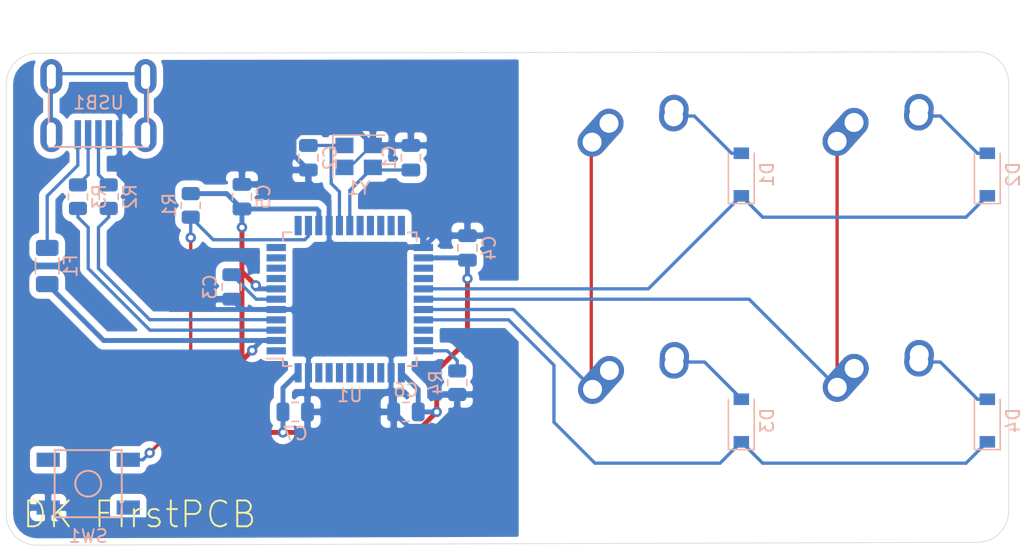
<source format=kicad_pcb>
(kicad_pcb (version 20171130) (host pcbnew "(5.1.10)-1")

  (general
    (thickness 1.6)
    (drawings 9)
    (tracks 178)
    (zones 0)
    (modules 24)
    (nets 45)
  )

  (page A4)
  (layers
    (0 F.Cu signal)
    (31 B.Cu signal)
    (32 B.Adhes user)
    (33 F.Adhes user)
    (34 B.Paste user)
    (35 F.Paste user)
    (36 B.SilkS user)
    (37 F.SilkS user)
    (38 B.Mask user)
    (39 F.Mask user)
    (40 Dwgs.User user)
    (41 Cmts.User user)
    (42 Eco1.User user)
    (43 Eco2.User user)
    (44 Edge.Cuts user)
    (45 Margin user)
    (46 B.CrtYd user)
    (47 F.CrtYd user)
    (48 B.Fab user)
    (49 F.Fab user)
  )

  (setup
    (last_trace_width 0.254)
    (user_trace_width 0.2032)
    (trace_clearance 0.2)
    (zone_clearance 0.508)
    (zone_45_only no)
    (trace_min 0.2)
    (via_size 0.8)
    (via_drill 0.4)
    (via_min_size 0.4)
    (via_min_drill 0.3)
    (uvia_size 0.3)
    (uvia_drill 0.1)
    (uvias_allowed no)
    (uvia_min_size 0.2)
    (uvia_min_drill 0.1)
    (edge_width 0.05)
    (segment_width 0.2)
    (pcb_text_width 0.3)
    (pcb_text_size 1.5 1.5)
    (mod_edge_width 0.12)
    (mod_text_size 1 1)
    (mod_text_width 0.15)
    (pad_size 1.524 1.524)
    (pad_drill 0.762)
    (pad_to_mask_clearance 0)
    (aux_axis_origin 0 0)
    (visible_elements 7FFFFFFF)
    (pcbplotparams
      (layerselection 0x010f0_ffffffff)
      (usegerberextensions true)
      (usegerberattributes true)
      (usegerberadvancedattributes true)
      (creategerberjobfile false)
      (excludeedgelayer true)
      (linewidth 0.100000)
      (plotframeref false)
      (viasonmask false)
      (mode 1)
      (useauxorigin false)
      (hpglpennumber 1)
      (hpglpenspeed 20)
      (hpglpendiameter 15.000000)
      (psnegative false)
      (psa4output false)
      (plotreference true)
      (plotvalue true)
      (plotinvisibletext false)
      (padsonsilk false)
      (subtractmaskfromsilk true)
      (outputformat 1)
      (mirror false)
      (drillshape 0)
      (scaleselection 1)
      (outputdirectory ""))
  )

  (net 0 "")
  (net 1 "Net-(C1-Pad2)")
  (net 2 GND)
  (net 3 "Net-(C2-Pad2)")
  (net 4 "Net-(C3-Pad1)")
  (net 5 +5V)
  (net 6 "Net-(D1-Pad2)")
  (net 7 ROW0)
  (net 8 "Net-(D2-Pad2)")
  (net 9 "Net-(D3-Pad2)")
  (net 10 ROW1)
  (net 11 "Net-(D4-Pad2)")
  (net 12 VCC)
  (net 13 COL0)
  (net 14 COL1)
  (net 15 "Net-(R1-Pad2)")
  (net 16 D+)
  (net 17 "Net-(R2-Pad1)")
  (net 18 D-)
  (net 19 "Net-(R3-Pad1)")
  (net 20 "Net-(R4-Pad1)")
  (net 21 "Net-(U1-Pad42)")
  (net 22 "Net-(U1-Pad41)")
  (net 23 "Net-(U1-Pad40)")
  (net 24 "Net-(U1-Pad39)")
  (net 25 "Net-(U1-Pad38)")
  (net 26 "Net-(U1-Pad37)")
  (net 27 "Net-(U1-Pad36)")
  (net 28 "Net-(U1-Pad32)")
  (net 29 "Net-(U1-Pad31)")
  (net 30 "Net-(U1-Pad26)")
  (net 31 "Net-(U1-Pad25)")
  (net 32 "Net-(U1-Pad22)")
  (net 33 "Net-(U1-Pad21)")
  (net 34 "Net-(U1-Pad20)")
  (net 35 "Net-(U1-Pad19)")
  (net 36 "Net-(U1-Pad18)")
  (net 37 "Net-(U1-Pad12)")
  (net 38 "Net-(U1-Pad11)")
  (net 39 "Net-(U1-Pad10)")
  (net 40 "Net-(U1-Pad9)")
  (net 41 "Net-(U1-Pad8)")
  (net 42 "Net-(U1-Pad1)")
  (net 43 "Net-(USB1-Pad6)")
  (net 44 "Net-(USB1-Pad2)")

  (net_class Default "This is the default net class."
    (clearance 0.2)
    (trace_width 0.254)
    (via_dia 0.8)
    (via_drill 0.4)
    (uvia_dia 0.3)
    (uvia_drill 0.1)
    (add_net COL0)
    (add_net COL1)
    (add_net D+)
    (add_net D-)
    (add_net "Net-(C1-Pad2)")
    (add_net "Net-(C2-Pad2)")
    (add_net "Net-(C3-Pad1)")
    (add_net "Net-(D1-Pad2)")
    (add_net "Net-(D2-Pad2)")
    (add_net "Net-(D3-Pad2)")
    (add_net "Net-(D4-Pad2)")
    (add_net "Net-(R1-Pad2)")
    (add_net "Net-(R2-Pad1)")
    (add_net "Net-(R3-Pad1)")
    (add_net "Net-(R4-Pad1)")
    (add_net "Net-(U1-Pad1)")
    (add_net "Net-(U1-Pad10)")
    (add_net "Net-(U1-Pad11)")
    (add_net "Net-(U1-Pad12)")
    (add_net "Net-(U1-Pad18)")
    (add_net "Net-(U1-Pad19)")
    (add_net "Net-(U1-Pad20)")
    (add_net "Net-(U1-Pad21)")
    (add_net "Net-(U1-Pad22)")
    (add_net "Net-(U1-Pad25)")
    (add_net "Net-(U1-Pad26)")
    (add_net "Net-(U1-Pad31)")
    (add_net "Net-(U1-Pad32)")
    (add_net "Net-(U1-Pad36)")
    (add_net "Net-(U1-Pad37)")
    (add_net "Net-(U1-Pad38)")
    (add_net "Net-(U1-Pad39)")
    (add_net "Net-(U1-Pad40)")
    (add_net "Net-(U1-Pad41)")
    (add_net "Net-(U1-Pad42)")
    (add_net "Net-(U1-Pad8)")
    (add_net "Net-(U1-Pad9)")
    (add_net "Net-(USB1-Pad2)")
    (add_net "Net-(USB1-Pad6)")
    (add_net ROW0)
    (add_net ROW1)
    (add_net VCC)
  )

  (net_class Power ""
    (clearance 0.2)
    (trace_width 0.381)
    (via_dia 0.8)
    (via_drill 0.4)
    (uvia_dia 0.3)
    (uvia_drill 0.1)
    (add_net +5V)
    (add_net GND)
  )

  (module MX_Alps_Hybrid:MX-1U-NoLED (layer F.Cu) (tedit 5A9F5203) (tstamp 60AC2140)
    (at 118.26875 135.73125)
    (path /60B292FB)
    (fp_text reference MX3 (at 0 3.175) (layer Dwgs.User)
      (effects (font (size 1 1) (thickness 0.15)))
    )
    (fp_text value MX-NoLED (at 0 -7.9375) (layer Dwgs.User)
      (effects (font (size 1 1) (thickness 0.15)))
    )
    (fp_line (start -9.525 9.525) (end -9.525 -9.525) (layer Dwgs.User) (width 0.15))
    (fp_line (start 9.525 9.525) (end -9.525 9.525) (layer Dwgs.User) (width 0.15))
    (fp_line (start 9.525 -9.525) (end 9.525 9.525) (layer Dwgs.User) (width 0.15))
    (fp_line (start -9.525 -9.525) (end 9.525 -9.525) (layer Dwgs.User) (width 0.15))
    (fp_line (start -7 -7) (end -7 -5) (layer Dwgs.User) (width 0.15))
    (fp_line (start -5 -7) (end -7 -7) (layer Dwgs.User) (width 0.15))
    (fp_line (start -7 7) (end -5 7) (layer Dwgs.User) (width 0.15))
    (fp_line (start -7 5) (end -7 7) (layer Dwgs.User) (width 0.15))
    (fp_line (start 7 7) (end 7 5) (layer Dwgs.User) (width 0.15))
    (fp_line (start 5 7) (end 7 7) (layer Dwgs.User) (width 0.15))
    (fp_line (start 7 -7) (end 7 -5) (layer Dwgs.User) (width 0.15))
    (fp_line (start 5 -7) (end 7 -7) (layer Dwgs.User) (width 0.15))
    (pad "" np_thru_hole circle (at 5.08 0 48.0996) (size 1.75 1.75) (drill 1.75) (layers *.Cu *.Mask))
    (pad "" np_thru_hole circle (at -5.08 0 48.0996) (size 1.75 1.75) (drill 1.75) (layers *.Cu *.Mask))
    (pad 1 thru_hole circle (at -2.5 -4) (size 2.25 2.25) (drill 1.47) (layers *.Cu B.Mask)
      (net 13 COL0))
    (pad "" np_thru_hole circle (at 0 0) (size 3.9878 3.9878) (drill 3.9878) (layers *.Cu *.Mask))
    (pad 1 thru_hole oval (at -3.81 -2.54 48.0996) (size 4.211556 2.25) (drill 1.47 (offset 0.980778 0)) (layers *.Cu B.Mask)
      (net 13 COL0))
    (pad 2 thru_hole circle (at 2.54 -5.08) (size 2.25 2.25) (drill 1.47) (layers *.Cu B.Mask)
      (net 9 "Net-(D3-Pad2)"))
    (pad 2 thru_hole oval (at 2.5 -4.5 86.0548) (size 2.831378 2.25) (drill 1.47 (offset 0.290689 0)) (layers *.Cu B.Mask)
      (net 9 "Net-(D3-Pad2)"))
  )

  (module MX_Alps_Hybrid:MX-1U-NoLED (layer F.Cu) (tedit 5A9F5203) (tstamp 60AC2112)
    (at 118.237 116.586)
    (path /60B24CBD)
    (fp_text reference MX1 (at 0 3.175) (layer Dwgs.User)
      (effects (font (size 1 1) (thickness 0.15)))
    )
    (fp_text value MX-NoLED (at 0 -7.9375) (layer Dwgs.User)
      (effects (font (size 1 1) (thickness 0.15)))
    )
    (fp_line (start -9.525 9.525) (end -9.525 -9.525) (layer Dwgs.User) (width 0.15))
    (fp_line (start 9.525 9.525) (end -9.525 9.525) (layer Dwgs.User) (width 0.15))
    (fp_line (start 9.525 -9.525) (end 9.525 9.525) (layer Dwgs.User) (width 0.15))
    (fp_line (start -9.525 -9.525) (end 9.525 -9.525) (layer Dwgs.User) (width 0.15))
    (fp_line (start -7 -7) (end -7 -5) (layer Dwgs.User) (width 0.15))
    (fp_line (start -5 -7) (end -7 -7) (layer Dwgs.User) (width 0.15))
    (fp_line (start -7 7) (end -5 7) (layer Dwgs.User) (width 0.15))
    (fp_line (start -7 5) (end -7 7) (layer Dwgs.User) (width 0.15))
    (fp_line (start 7 7) (end 7 5) (layer Dwgs.User) (width 0.15))
    (fp_line (start 5 7) (end 7 7) (layer Dwgs.User) (width 0.15))
    (fp_line (start 7 -7) (end 7 -5) (layer Dwgs.User) (width 0.15))
    (fp_line (start 5 -7) (end 7 -7) (layer Dwgs.User) (width 0.15))
    (pad "" np_thru_hole circle (at 5.08 0 48.0996) (size 1.75 1.75) (drill 1.75) (layers *.Cu *.Mask))
    (pad "" np_thru_hole circle (at -5.08 0 48.0996) (size 1.75 1.75) (drill 1.75) (layers *.Cu *.Mask))
    (pad 1 thru_hole circle (at -2.5 -4) (size 2.25 2.25) (drill 1.47) (layers *.Cu B.Mask)
      (net 13 COL0))
    (pad "" np_thru_hole circle (at 0 0) (size 3.9878 3.9878) (drill 3.9878) (layers *.Cu *.Mask))
    (pad 1 thru_hole oval (at -3.81 -2.54 48.0996) (size 4.211556 2.25) (drill 1.47 (offset 0.980778 0)) (layers *.Cu B.Mask)
      (net 13 COL0))
    (pad 2 thru_hole circle (at 2.54 -5.08) (size 2.25 2.25) (drill 1.47) (layers *.Cu B.Mask)
      (net 6 "Net-(D1-Pad2)"))
    (pad 2 thru_hole oval (at 2.5 -4.5 86.0548) (size 2.831378 2.25) (drill 1.47 (offset 0.290689 0)) (layers *.Cu B.Mask)
      (net 6 "Net-(D1-Pad2)"))
  )

  (module Diode_SMD:D_SOD-123 (layer B.Cu) (tedit 58645DC7) (tstamp 60AC20B8)
    (at 145.034 116.55425 90)
    (descr SOD-123)
    (tags SOD-123)
    (path /60B26BEF)
    (attr smd)
    (fp_text reference D2 (at 0 2 90) (layer B.SilkS)
      (effects (font (size 1 1) (thickness 0.15)) (justify mirror))
    )
    (fp_text value D_Small (at 0 -2.1 90) (layer B.Fab)
      (effects (font (size 1 1) (thickness 0.15)) (justify mirror))
    )
    (fp_line (start -2.25 1) (end 1.65 1) (layer B.SilkS) (width 0.12))
    (fp_line (start -2.25 -1) (end 1.65 -1) (layer B.SilkS) (width 0.12))
    (fp_line (start -2.35 1.15) (end -2.35 -1.15) (layer B.CrtYd) (width 0.05))
    (fp_line (start 2.35 -1.15) (end -2.35 -1.15) (layer B.CrtYd) (width 0.05))
    (fp_line (start 2.35 1.15) (end 2.35 -1.15) (layer B.CrtYd) (width 0.05))
    (fp_line (start -2.35 1.15) (end 2.35 1.15) (layer B.CrtYd) (width 0.05))
    (fp_line (start -1.4 0.9) (end 1.4 0.9) (layer B.Fab) (width 0.1))
    (fp_line (start 1.4 0.9) (end 1.4 -0.9) (layer B.Fab) (width 0.1))
    (fp_line (start 1.4 -0.9) (end -1.4 -0.9) (layer B.Fab) (width 0.1))
    (fp_line (start -1.4 -0.9) (end -1.4 0.9) (layer B.Fab) (width 0.1))
    (fp_line (start -0.75 0) (end -0.35 0) (layer B.Fab) (width 0.1))
    (fp_line (start -0.35 0) (end -0.35 0.55) (layer B.Fab) (width 0.1))
    (fp_line (start -0.35 0) (end -0.35 -0.55) (layer B.Fab) (width 0.1))
    (fp_line (start -0.35 0) (end 0.25 0.4) (layer B.Fab) (width 0.1))
    (fp_line (start 0.25 0.4) (end 0.25 -0.4) (layer B.Fab) (width 0.1))
    (fp_line (start 0.25 -0.4) (end -0.35 0) (layer B.Fab) (width 0.1))
    (fp_line (start 0.25 0) (end 0.75 0) (layer B.Fab) (width 0.1))
    (fp_line (start -2.25 1) (end -2.25 -1) (layer B.SilkS) (width 0.12))
    (fp_text user %R (at 0 2 90) (layer B.Fab)
      (effects (font (size 1 1) (thickness 0.15)) (justify mirror))
    )
    (pad 2 smd rect (at 1.65 0 90) (size 0.9 1.2) (layers B.Cu B.Paste B.Mask)
      (net 8 "Net-(D2-Pad2)"))
    (pad 1 smd rect (at -1.65 0 90) (size 0.9 1.2) (layers B.Cu B.Paste B.Mask)
      (net 7 ROW0))
    (model ${KISYS3DMOD}/Diode_SMD.3dshapes/D_SOD-123.wrl
      (at (xyz 0 0 0))
      (scale (xyz 1 1 1))
      (rotate (xyz 0 0 0))
    )
  )

  (module Crystal:Crystal_SMD_3225-4Pin_3.2x2.5mm (layer B.Cu) (tedit 5A0FD1B2) (tstamp 60ACFB01)
    (at 96.35 115.15)
    (descr "SMD Crystal SERIES SMD3225/4 http://www.txccrystal.com/images/pdf/7m-accuracy.pdf, 3.2x2.5mm^2 package")
    (tags "SMD SMT crystal")
    (path /60AEAEE0)
    (attr smd)
    (fp_text reference Y1 (at 0 2.45) (layer B.SilkS)
      (effects (font (size 1 1) (thickness 0.15)) (justify mirror))
    )
    (fp_text value 16MHz (at 0 -2.45) (layer B.Fab)
      (effects (font (size 1 1) (thickness 0.15)) (justify mirror))
    )
    (fp_line (start 2.1 1.7) (end -2.1 1.7) (layer B.CrtYd) (width 0.05))
    (fp_line (start 2.1 -1.7) (end 2.1 1.7) (layer B.CrtYd) (width 0.05))
    (fp_line (start -2.1 -1.7) (end 2.1 -1.7) (layer B.CrtYd) (width 0.05))
    (fp_line (start -2.1 1.7) (end -2.1 -1.7) (layer B.CrtYd) (width 0.05))
    (fp_line (start -2 -1.65) (end 2 -1.65) (layer B.SilkS) (width 0.12))
    (fp_line (start -2 1.65) (end -2 -1.65) (layer B.SilkS) (width 0.12))
    (fp_line (start -1.6 -0.25) (end -0.6 -1.25) (layer B.Fab) (width 0.1))
    (fp_line (start 1.6 1.25) (end -1.6 1.25) (layer B.Fab) (width 0.1))
    (fp_line (start 1.6 -1.25) (end 1.6 1.25) (layer B.Fab) (width 0.1))
    (fp_line (start -1.6 -1.25) (end 1.6 -1.25) (layer B.Fab) (width 0.1))
    (fp_line (start -1.6 1.25) (end -1.6 -1.25) (layer B.Fab) (width 0.1))
    (fp_text user %R (at 0 0) (layer B.Fab)
      (effects (font (size 0.7 0.7) (thickness 0.105)) (justify mirror))
    )
    (pad 4 smd rect (at -1.1 0.85) (size 1.4 1.2) (layers B.Cu B.Paste B.Mask)
      (net 2 GND))
    (pad 3 smd rect (at 1.1 0.85) (size 1.4 1.2) (layers B.Cu B.Paste B.Mask)
      (net 1 "Net-(C1-Pad2)"))
    (pad 2 smd rect (at 1.1 -0.85) (size 1.4 1.2) (layers B.Cu B.Paste B.Mask)
      (net 2 GND))
    (pad 1 smd rect (at -1.1 -0.85) (size 1.4 1.2) (layers B.Cu B.Paste B.Mask)
      (net 3 "Net-(C2-Pad2)"))
    (model ${KISYS3DMOD}/Crystal.3dshapes/Crystal_SMD_3225-4Pin_3.2x2.5mm.wrl
      (at (xyz 0 0 0))
      (scale (xyz 1 1 1))
      (rotate (xyz 0 0 0))
    )
  )

  (module random-keyboard-parts:Molex-0548190589 (layer B.Cu) (tedit 5C494815) (tstamp 60AC221C)
    (at 76.2 108.966 270)
    (path /60B05DB7)
    (attr smd)
    (fp_text reference USB1 (at 2.032 0 180) (layer B.SilkS)
      (effects (font (size 1 1) (thickness 0.15)) (justify mirror))
    )
    (fp_text value Molex-0548190589 (at -5.08 0 180) (layer Dwgs.User)
      (effects (font (size 1 1) (thickness 0.15)))
    )
    (fp_line (start 3.25 1.25) (end 5.5 1.25) (layer B.CrtYd) (width 0.15))
    (fp_line (start 5.5 0.5) (end 3.25 0.5) (layer B.CrtYd) (width 0.15))
    (fp_line (start 3.25 -0.5) (end 5.5 -0.5) (layer B.CrtYd) (width 0.15))
    (fp_line (start 5.5 -1.25) (end 3.25 -1.25) (layer B.CrtYd) (width 0.15))
    (fp_line (start 3.25 -2) (end 5.5 -2) (layer B.CrtYd) (width 0.15))
    (fp_line (start 3.25 2) (end 3.25 -2) (layer B.CrtYd) (width 0.15))
    (fp_line (start 5.5 2) (end 3.25 2) (layer B.CrtYd) (width 0.15))
    (fp_line (start -3.75 -3.75) (end -3.75 3.75) (layer B.CrtYd) (width 0.15))
    (fp_line (start 5.5 -3.75) (end -3.75 -3.75) (layer B.CrtYd) (width 0.15))
    (fp_line (start 5.5 3.75) (end 5.5 -3.75) (layer B.CrtYd) (width 0.15))
    (fp_line (start -3.75 3.75) (end 5.5 3.75) (layer B.CrtYd) (width 0.15))
    (fp_line (start 0 3.85) (end 5.45 3.85) (layer B.SilkS) (width 0.15))
    (fp_line (start 0 -3.85) (end 5.45 -3.85) (layer B.SilkS) (width 0.15))
    (fp_line (start 5.45 3.85) (end 5.45 -3.85) (layer B.SilkS) (width 0.15))
    (fp_line (start -3.75 3.85) (end 0 3.85) (layer Dwgs.User) (width 0.15))
    (fp_line (start -3.75 -3.85) (end 0 -3.85) (layer Dwgs.User) (width 0.15))
    (fp_line (start -1.75 4.572) (end -1.75 -4.572) (layer Dwgs.User) (width 0.15))
    (fp_line (start -3.75 3.85) (end -3.75 -3.85) (layer Dwgs.User) (width 0.15))
    (fp_text user %R (at 2 0 180) (layer B.CrtYd)
      (effects (font (size 1 1) (thickness 0.15)) (justify mirror))
    )
    (pad 6 thru_hole oval (at 0 3.65 270) (size 2.7 1.7) (drill oval 1.9 0.7) (layers *.Cu *.Mask)
      (net 43 "Net-(USB1-Pad6)"))
    (pad 6 thru_hole oval (at 0 -3.65 270) (size 2.7 1.7) (drill oval 1.9 0.7) (layers *.Cu *.Mask)
      (net 43 "Net-(USB1-Pad6)"))
    (pad 6 thru_hole oval (at 4.5 -3.65 270) (size 2.7 1.7) (drill oval 1.9 0.7) (layers *.Cu *.Mask)
      (net 43 "Net-(USB1-Pad6)"))
    (pad 6 thru_hole oval (at 4.5 3.65 270) (size 2.7 1.7) (drill oval 1.9 0.7) (layers *.Cu *.Mask)
      (net 43 "Net-(USB1-Pad6)"))
    (pad 5 smd rect (at 4.5 1.6 270) (size 2.25 0.5) (layers B.Cu B.Paste B.Mask)
      (net 12 VCC))
    (pad 4 smd rect (at 4.5 0.8 270) (size 2.25 0.5) (layers B.Cu B.Paste B.Mask)
      (net 18 D-))
    (pad 3 smd rect (at 4.5 0 270) (size 2.25 0.5) (layers B.Cu B.Paste B.Mask)
      (net 16 D+))
    (pad 2 smd rect (at 4.5 -0.8 270) (size 2.25 0.5) (layers B.Cu B.Paste B.Mask)
      (net 44 "Net-(USB1-Pad2)"))
    (pad 1 smd rect (at 4.5 -1.6 270) (size 2.25 0.5) (layers B.Cu B.Paste B.Mask)
      (net 2 GND))
  )

  (module Package_QFP:TQFP-44_10x10mm_P0.8mm (layer B.Cu) (tedit 5A02F146) (tstamp 60AD0D08)
    (at 95.66275 126.20625)
    (descr "44-Lead Plastic Thin Quad Flatpack (PT) - 10x10x1.0 mm Body [TQFP] (see Microchip Packaging Specification 00000049BS.pdf)")
    (tags "QFP 0.8")
    (path /60ABAA69)
    (attr smd)
    (fp_text reference U1 (at 0 7.45) (layer B.SilkS)
      (effects (font (size 1 1) (thickness 0.15)) (justify mirror))
    )
    (fp_text value ATmega32U4-AU (at 0 -7.45) (layer B.Fab)
      (effects (font (size 1 1) (thickness 0.15)) (justify mirror))
    )
    (fp_line (start -5.175 4.6) (end -6.45 4.6) (layer B.SilkS) (width 0.15))
    (fp_line (start 5.175 5.175) (end 4.5 5.175) (layer B.SilkS) (width 0.15))
    (fp_line (start 5.175 -5.175) (end 4.5 -5.175) (layer B.SilkS) (width 0.15))
    (fp_line (start -5.175 -5.175) (end -4.5 -5.175) (layer B.SilkS) (width 0.15))
    (fp_line (start -5.175 5.175) (end -4.5 5.175) (layer B.SilkS) (width 0.15))
    (fp_line (start -5.175 -5.175) (end -5.175 -4.5) (layer B.SilkS) (width 0.15))
    (fp_line (start 5.175 -5.175) (end 5.175 -4.5) (layer B.SilkS) (width 0.15))
    (fp_line (start 5.175 5.175) (end 5.175 4.5) (layer B.SilkS) (width 0.15))
    (fp_line (start -5.175 5.175) (end -5.175 4.6) (layer B.SilkS) (width 0.15))
    (fp_line (start -6.7 -6.7) (end 6.7 -6.7) (layer B.CrtYd) (width 0.05))
    (fp_line (start -6.7 6.7) (end 6.7 6.7) (layer B.CrtYd) (width 0.05))
    (fp_line (start 6.7 6.7) (end 6.7 -6.7) (layer B.CrtYd) (width 0.05))
    (fp_line (start -6.7 6.7) (end -6.7 -6.7) (layer B.CrtYd) (width 0.05))
    (fp_line (start -5 4) (end -4 5) (layer B.Fab) (width 0.15))
    (fp_line (start -5 -5) (end -5 4) (layer B.Fab) (width 0.15))
    (fp_line (start 5 -5) (end -5 -5) (layer B.Fab) (width 0.15))
    (fp_line (start 5 5) (end 5 -5) (layer B.Fab) (width 0.15))
    (fp_line (start -4 5) (end 5 5) (layer B.Fab) (width 0.15))
    (fp_text user %R (at 0 0) (layer B.Fab)
      (effects (font (size 1 1) (thickness 0.15)) (justify mirror))
    )
    (pad 44 smd rect (at -4 5.7 270) (size 1.5 0.55) (layers B.Cu B.Paste B.Mask)
      (net 5 +5V))
    (pad 43 smd rect (at -3.2 5.7 270) (size 1.5 0.55) (layers B.Cu B.Paste B.Mask)
      (net 2 GND))
    (pad 42 smd rect (at -2.4 5.7 270) (size 1.5 0.55) (layers B.Cu B.Paste B.Mask)
      (net 21 "Net-(U1-Pad42)"))
    (pad 41 smd rect (at -1.6 5.7 270) (size 1.5 0.55) (layers B.Cu B.Paste B.Mask)
      (net 22 "Net-(U1-Pad41)"))
    (pad 40 smd rect (at -0.8 5.7 270) (size 1.5 0.55) (layers B.Cu B.Paste B.Mask)
      (net 23 "Net-(U1-Pad40)"))
    (pad 39 smd rect (at 0 5.7 270) (size 1.5 0.55) (layers B.Cu B.Paste B.Mask)
      (net 24 "Net-(U1-Pad39)"))
    (pad 38 smd rect (at 0.8 5.7 270) (size 1.5 0.55) (layers B.Cu B.Paste B.Mask)
      (net 25 "Net-(U1-Pad38)"))
    (pad 37 smd rect (at 1.6 5.7 270) (size 1.5 0.55) (layers B.Cu B.Paste B.Mask)
      (net 26 "Net-(U1-Pad37)"))
    (pad 36 smd rect (at 2.4 5.7 270) (size 1.5 0.55) (layers B.Cu B.Paste B.Mask)
      (net 27 "Net-(U1-Pad36)"))
    (pad 35 smd rect (at 3.2 5.7 270) (size 1.5 0.55) (layers B.Cu B.Paste B.Mask)
      (net 2 GND))
    (pad 34 smd rect (at 4 5.7 270) (size 1.5 0.55) (layers B.Cu B.Paste B.Mask)
      (net 5 +5V))
    (pad 33 smd rect (at 5.7 4) (size 1.5 0.55) (layers B.Cu B.Paste B.Mask)
      (net 20 "Net-(R4-Pad1)"))
    (pad 32 smd rect (at 5.7 3.2) (size 1.5 0.55) (layers B.Cu B.Paste B.Mask)
      (net 28 "Net-(U1-Pad32)"))
    (pad 31 smd rect (at 5.7 2.4) (size 1.5 0.55) (layers B.Cu B.Paste B.Mask)
      (net 29 "Net-(U1-Pad31)"))
    (pad 30 smd rect (at 5.7 1.6) (size 1.5 0.55) (layers B.Cu B.Paste B.Mask)
      (net 10 ROW1))
    (pad 29 smd rect (at 5.7 0.8) (size 1.5 0.55) (layers B.Cu B.Paste B.Mask)
      (net 13 COL0))
    (pad 28 smd rect (at 5.7 0) (size 1.5 0.55) (layers B.Cu B.Paste B.Mask)
      (net 14 COL1))
    (pad 27 smd rect (at 5.7 -0.8) (size 1.5 0.55) (layers B.Cu B.Paste B.Mask)
      (net 7 ROW0))
    (pad 26 smd rect (at 5.7 -1.6) (size 1.5 0.55) (layers B.Cu B.Paste B.Mask)
      (net 30 "Net-(U1-Pad26)"))
    (pad 25 smd rect (at 5.7 -2.4) (size 1.5 0.55) (layers B.Cu B.Paste B.Mask)
      (net 31 "Net-(U1-Pad25)"))
    (pad 24 smd rect (at 5.7 -3.2) (size 1.5 0.55) (layers B.Cu B.Paste B.Mask)
      (net 5 +5V))
    (pad 23 smd rect (at 5.7 -4) (size 1.5 0.55) (layers B.Cu B.Paste B.Mask)
      (net 2 GND))
    (pad 22 smd rect (at 4 -5.7 270) (size 1.5 0.55) (layers B.Cu B.Paste B.Mask)
      (net 32 "Net-(U1-Pad22)"))
    (pad 21 smd rect (at 3.2 -5.7 270) (size 1.5 0.55) (layers B.Cu B.Paste B.Mask)
      (net 33 "Net-(U1-Pad21)"))
    (pad 20 smd rect (at 2.4 -5.7 270) (size 1.5 0.55) (layers B.Cu B.Paste B.Mask)
      (net 34 "Net-(U1-Pad20)"))
    (pad 19 smd rect (at 1.6 -5.7 270) (size 1.5 0.55) (layers B.Cu B.Paste B.Mask)
      (net 35 "Net-(U1-Pad19)"))
    (pad 18 smd rect (at 0.8 -5.7 270) (size 1.5 0.55) (layers B.Cu B.Paste B.Mask)
      (net 36 "Net-(U1-Pad18)"))
    (pad 17 smd rect (at 0 -5.7 270) (size 1.5 0.55) (layers B.Cu B.Paste B.Mask)
      (net 1 "Net-(C1-Pad2)"))
    (pad 16 smd rect (at -0.8 -5.7 270) (size 1.5 0.55) (layers B.Cu B.Paste B.Mask)
      (net 3 "Net-(C2-Pad2)"))
    (pad 15 smd rect (at -1.6 -5.7 270) (size 1.5 0.55) (layers B.Cu B.Paste B.Mask)
      (net 2 GND))
    (pad 14 smd rect (at -2.4 -5.7 270) (size 1.5 0.55) (layers B.Cu B.Paste B.Mask)
      (net 5 +5V))
    (pad 13 smd rect (at -3.2 -5.7 270) (size 1.5 0.55) (layers B.Cu B.Paste B.Mask)
      (net 15 "Net-(R1-Pad2)"))
    (pad 12 smd rect (at -4 -5.7 270) (size 1.5 0.55) (layers B.Cu B.Paste B.Mask)
      (net 37 "Net-(U1-Pad12)"))
    (pad 11 smd rect (at -5.7 -4) (size 1.5 0.55) (layers B.Cu B.Paste B.Mask)
      (net 38 "Net-(U1-Pad11)"))
    (pad 10 smd rect (at -5.7 -3.2) (size 1.5 0.55) (layers B.Cu B.Paste B.Mask)
      (net 39 "Net-(U1-Pad10)"))
    (pad 9 smd rect (at -5.7 -2.4) (size 1.5 0.55) (layers B.Cu B.Paste B.Mask)
      (net 40 "Net-(U1-Pad9)"))
    (pad 8 smd rect (at -5.7 -1.6) (size 1.5 0.55) (layers B.Cu B.Paste B.Mask)
      (net 41 "Net-(U1-Pad8)"))
    (pad 7 smd rect (at -5.7 -0.8) (size 1.5 0.55) (layers B.Cu B.Paste B.Mask)
      (net 5 +5V))
    (pad 6 smd rect (at -5.7 0) (size 1.5 0.55) (layers B.Cu B.Paste B.Mask)
      (net 4 "Net-(C3-Pad1)"))
    (pad 5 smd rect (at -5.7 0.8) (size 1.5 0.55) (layers B.Cu B.Paste B.Mask)
      (net 2 GND))
    (pad 4 smd rect (at -5.7 1.6) (size 1.5 0.55) (layers B.Cu B.Paste B.Mask)
      (net 17 "Net-(R2-Pad1)"))
    (pad 3 smd rect (at -5.7 2.4) (size 1.5 0.55) (layers B.Cu B.Paste B.Mask)
      (net 19 "Net-(R3-Pad1)"))
    (pad 2 smd rect (at -5.7 3.2) (size 1.5 0.55) (layers B.Cu B.Paste B.Mask)
      (net 5 +5V))
    (pad 1 smd rect (at -5.7 4) (size 1.5 0.55) (layers B.Cu B.Paste B.Mask)
      (net 42 "Net-(U1-Pad1)"))
    (model ${KISYS3DMOD}/Package_QFP.3dshapes/TQFP-44_10x10mm_P0.8mm.wrl
      (at (xyz 0 0 0))
      (scale (xyz 1 1 1))
      (rotate (xyz 0 0 0))
    )
  )

  (module random-keyboard-parts:SKQG-1155865 (layer B.Cu) (tedit 5E62B398) (tstamp 60AC21B9)
    (at 75.40625 140.49375 180)
    (path /60AFB36F)
    (attr smd)
    (fp_text reference SW1 (at 0 -4.064) (layer B.SilkS)
      (effects (font (size 1 1) (thickness 0.15)) (justify mirror))
    )
    (fp_text value SW_Push (at 0 4.064) (layer B.Fab)
      (effects (font (size 1 1) (thickness 0.15)) (justify mirror))
    )
    (fp_line (start -2.6 2.6) (end 2.6 2.6) (layer B.SilkS) (width 0.15))
    (fp_line (start 2.6 2.6) (end 2.6 -2.6) (layer B.SilkS) (width 0.15))
    (fp_line (start 2.6 -2.6) (end -2.6 -2.6) (layer B.SilkS) (width 0.15))
    (fp_line (start -2.6 -2.6) (end -2.6 2.6) (layer B.SilkS) (width 0.15))
    (fp_circle (center 0 0) (end 1 0) (layer B.SilkS) (width 0.15))
    (fp_line (start -4.2 2.6) (end 4.2 2.6) (layer B.Fab) (width 0.15))
    (fp_line (start 4.2 2.6) (end 4.2 1.2) (layer B.Fab) (width 0.15))
    (fp_line (start 4.2 1.1) (end 2.6 1.1) (layer B.Fab) (width 0.15))
    (fp_line (start 2.6 1.1) (end 2.6 -1.1) (layer B.Fab) (width 0.15))
    (fp_line (start 2.6 -1.1) (end 4.2 -1.1) (layer B.Fab) (width 0.15))
    (fp_line (start 4.2 -1.1) (end 4.2 -2.6) (layer B.Fab) (width 0.15))
    (fp_line (start 4.2 -2.6) (end -4.2 -2.6) (layer B.Fab) (width 0.15))
    (fp_line (start -4.2 -2.6) (end -4.2 -1.1) (layer B.Fab) (width 0.15))
    (fp_line (start -4.2 -1.1) (end -2.6 -1.1) (layer B.Fab) (width 0.15))
    (fp_line (start -2.6 -1.1) (end -2.6 1.1) (layer B.Fab) (width 0.15))
    (fp_line (start -2.6 1.1) (end -4.2 1.1) (layer B.Fab) (width 0.15))
    (fp_line (start -4.2 1.1) (end -4.2 2.6) (layer B.Fab) (width 0.15))
    (fp_circle (center 0 0) (end 1 0) (layer B.Fab) (width 0.15))
    (fp_line (start -2.6 1.1) (end -1.1 2.6) (layer B.Fab) (width 0.15))
    (fp_line (start 2.6 1.1) (end 1.1 2.6) (layer B.Fab) (width 0.15))
    (fp_line (start 2.6 -1.1) (end 1.1 -2.6) (layer B.Fab) (width 0.15))
    (fp_line (start -2.6 -1.1) (end -1.1 -2.6) (layer B.Fab) (width 0.15))
    (pad 4 smd rect (at -3.1 -1.85 180) (size 1.8 1.1) (layers B.Cu B.Paste B.Mask))
    (pad 3 smd rect (at 3.1 1.85 180) (size 1.8 1.1) (layers B.Cu B.Paste B.Mask))
    (pad 2 smd rect (at -3.1 1.85 180) (size 1.8 1.1) (layers B.Cu B.Paste B.Mask)
      (net 15 "Net-(R1-Pad2)"))
    (pad 1 smd rect (at 3.1 -1.85 180) (size 1.8 1.1) (layers B.Cu B.Paste B.Mask)
      (net 2 GND))
    (model ${KISYS3DMOD}/Button_Switch_SMD.3dshapes/SW_SPST_TL3342.step
      (at (xyz 0 0 0))
      (scale (xyz 1 1 1))
      (rotate (xyz 0 0 0))
    )
  )

  (module Resistor_SMD:R_0805_2012Metric (layer B.Cu) (tedit 5F68FEEE) (tstamp 60AC219B)
    (at 103.98125 132.675 270)
    (descr "Resistor SMD 0805 (2012 Metric), square (rectangular) end terminal, IPC_7351 nominal, (Body size source: IPC-SM-782 page 72, https://www.pcb-3d.com/wordpress/wp-content/uploads/ipc-sm-782a_amendment_1_and_2.pdf), generated with kicad-footprint-generator")
    (tags resistor)
    (path /60ACE859)
    (attr smd)
    (fp_text reference R4 (at 0 1.65 90) (layer B.SilkS)
      (effects (font (size 1 1) (thickness 0.15)) (justify mirror))
    )
    (fp_text value 10K (at 0 -1.65 90) (layer B.Fab)
      (effects (font (size 1 1) (thickness 0.15)) (justify mirror))
    )
    (fp_line (start 1.68 -0.95) (end -1.68 -0.95) (layer B.CrtYd) (width 0.05))
    (fp_line (start 1.68 0.95) (end 1.68 -0.95) (layer B.CrtYd) (width 0.05))
    (fp_line (start -1.68 0.95) (end 1.68 0.95) (layer B.CrtYd) (width 0.05))
    (fp_line (start -1.68 -0.95) (end -1.68 0.95) (layer B.CrtYd) (width 0.05))
    (fp_line (start -0.227064 -0.735) (end 0.227064 -0.735) (layer B.SilkS) (width 0.12))
    (fp_line (start -0.227064 0.735) (end 0.227064 0.735) (layer B.SilkS) (width 0.12))
    (fp_line (start 1 -0.625) (end -1 -0.625) (layer B.Fab) (width 0.1))
    (fp_line (start 1 0.625) (end 1 -0.625) (layer B.Fab) (width 0.1))
    (fp_line (start -1 0.625) (end 1 0.625) (layer B.Fab) (width 0.1))
    (fp_line (start -1 -0.625) (end -1 0.625) (layer B.Fab) (width 0.1))
    (fp_text user %R (at 0 0 90) (layer B.Fab)
      (effects (font (size 0.5 0.5) (thickness 0.08)) (justify mirror))
    )
    (pad 2 smd roundrect (at 0.9125 0 270) (size 1.025 1.4) (layers B.Cu B.Paste B.Mask) (roundrect_rratio 0.2439014634146341)
      (net 2 GND))
    (pad 1 smd roundrect (at -0.9125 0 270) (size 1.025 1.4) (layers B.Cu B.Paste B.Mask) (roundrect_rratio 0.2439014634146341)
      (net 20 "Net-(R4-Pad1)"))
    (model ${KISYS3DMOD}/Resistor_SMD.3dshapes/R_0805_2012Metric.wrl
      (at (xyz 0 0 0))
      (scale (xyz 1 1 1))
      (rotate (xyz 0 0 0))
    )
  )

  (module Resistor_SMD:R_0805_2012Metric (layer B.Cu) (tedit 5F68FEEE) (tstamp 60AC218A)
    (at 74.6125 118.26875 90)
    (descr "Resistor SMD 0805 (2012 Metric), square (rectangular) end terminal, IPC_7351 nominal, (Body size source: IPC-SM-782 page 72, https://www.pcb-3d.com/wordpress/wp-content/uploads/ipc-sm-782a_amendment_1_and_2.pdf), generated with kicad-footprint-generator")
    (tags resistor)
    (path /60AD5742)
    (attr smd)
    (fp_text reference R3 (at 0 1.65 90) (layer B.SilkS)
      (effects (font (size 1 1) (thickness 0.15)) (justify mirror))
    )
    (fp_text value 22 (at 0 -1.65 90) (layer B.Fab)
      (effects (font (size 1 1) (thickness 0.15)) (justify mirror))
    )
    (fp_line (start 1.68 -0.95) (end -1.68 -0.95) (layer B.CrtYd) (width 0.05))
    (fp_line (start 1.68 0.95) (end 1.68 -0.95) (layer B.CrtYd) (width 0.05))
    (fp_line (start -1.68 0.95) (end 1.68 0.95) (layer B.CrtYd) (width 0.05))
    (fp_line (start -1.68 -0.95) (end -1.68 0.95) (layer B.CrtYd) (width 0.05))
    (fp_line (start -0.227064 -0.735) (end 0.227064 -0.735) (layer B.SilkS) (width 0.12))
    (fp_line (start -0.227064 0.735) (end 0.227064 0.735) (layer B.SilkS) (width 0.12))
    (fp_line (start 1 -0.625) (end -1 -0.625) (layer B.Fab) (width 0.1))
    (fp_line (start 1 0.625) (end 1 -0.625) (layer B.Fab) (width 0.1))
    (fp_line (start -1 0.625) (end 1 0.625) (layer B.Fab) (width 0.1))
    (fp_line (start -1 -0.625) (end -1 0.625) (layer B.Fab) (width 0.1))
    (fp_text user %R (at 0 0 90) (layer B.Fab)
      (effects (font (size 0.5 0.5) (thickness 0.08)) (justify mirror))
    )
    (pad 2 smd roundrect (at 0.9125 0 90) (size 1.025 1.4) (layers B.Cu B.Paste B.Mask) (roundrect_rratio 0.2439014634146341)
      (net 18 D-))
    (pad 1 smd roundrect (at -0.9125 0 90) (size 1.025 1.4) (layers B.Cu B.Paste B.Mask) (roundrect_rratio 0.2439014634146341)
      (net 19 "Net-(R3-Pad1)"))
    (model ${KISYS3DMOD}/Resistor_SMD.3dshapes/R_0805_2012Metric.wrl
      (at (xyz 0 0 0))
      (scale (xyz 1 1 1))
      (rotate (xyz 0 0 0))
    )
  )

  (module Resistor_SMD:R_0805_2012Metric (layer B.Cu) (tedit 5F68FEEE) (tstamp 60AC2179)
    (at 76.99375 118.26875 90)
    (descr "Resistor SMD 0805 (2012 Metric), square (rectangular) end terminal, IPC_7351 nominal, (Body size source: IPC-SM-782 page 72, https://www.pcb-3d.com/wordpress/wp-content/uploads/ipc-sm-782a_amendment_1_and_2.pdf), generated with kicad-footprint-generator")
    (tags resistor)
    (path /60AD4C5A)
    (attr smd)
    (fp_text reference R2 (at 0 1.65 90) (layer B.SilkS)
      (effects (font (size 1 1) (thickness 0.15)) (justify mirror))
    )
    (fp_text value 22 (at 0 -1.65 90) (layer B.Fab)
      (effects (font (size 1 1) (thickness 0.15)) (justify mirror))
    )
    (fp_line (start 1.68 -0.95) (end -1.68 -0.95) (layer B.CrtYd) (width 0.05))
    (fp_line (start 1.68 0.95) (end 1.68 -0.95) (layer B.CrtYd) (width 0.05))
    (fp_line (start -1.68 0.95) (end 1.68 0.95) (layer B.CrtYd) (width 0.05))
    (fp_line (start -1.68 -0.95) (end -1.68 0.95) (layer B.CrtYd) (width 0.05))
    (fp_line (start -0.227064 -0.735) (end 0.227064 -0.735) (layer B.SilkS) (width 0.12))
    (fp_line (start -0.227064 0.735) (end 0.227064 0.735) (layer B.SilkS) (width 0.12))
    (fp_line (start 1 -0.625) (end -1 -0.625) (layer B.Fab) (width 0.1))
    (fp_line (start 1 0.625) (end 1 -0.625) (layer B.Fab) (width 0.1))
    (fp_line (start -1 0.625) (end 1 0.625) (layer B.Fab) (width 0.1))
    (fp_line (start -1 -0.625) (end -1 0.625) (layer B.Fab) (width 0.1))
    (fp_text user %R (at 0 0 90) (layer B.Fab)
      (effects (font (size 0.5 0.5) (thickness 0.08)) (justify mirror))
    )
    (pad 2 smd roundrect (at 0.9125 0 90) (size 1.025 1.4) (layers B.Cu B.Paste B.Mask) (roundrect_rratio 0.2439014634146341)
      (net 16 D+))
    (pad 1 smd roundrect (at -0.9125 0 90) (size 1.025 1.4) (layers B.Cu B.Paste B.Mask) (roundrect_rratio 0.2439014634146341)
      (net 17 "Net-(R2-Pad1)"))
    (model ${KISYS3DMOD}/Resistor_SMD.3dshapes/R_0805_2012Metric.wrl
      (at (xyz 0 0 0))
      (scale (xyz 1 1 1))
      (rotate (xyz 0 0 0))
    )
  )

  (module Resistor_SMD:R_0805_2012Metric (layer B.Cu) (tedit 5F68FEEE) (tstamp 60AC2168)
    (at 83.34375 118.94375 270)
    (descr "Resistor SMD 0805 (2012 Metric), square (rectangular) end terminal, IPC_7351 nominal, (Body size source: IPC-SM-782 page 72, https://www.pcb-3d.com/wordpress/wp-content/uploads/ipc-sm-782a_amendment_1_and_2.pdf), generated with kicad-footprint-generator")
    (tags resistor)
    (path /60AFDBA2)
    (attr smd)
    (fp_text reference R1 (at 0 1.65 90) (layer B.SilkS)
      (effects (font (size 1 1) (thickness 0.15)) (justify mirror))
    )
    (fp_text value 10k (at 0 -1.65 90) (layer B.Fab)
      (effects (font (size 1 1) (thickness 0.15)) (justify mirror))
    )
    (fp_line (start 1.68 -0.95) (end -1.68 -0.95) (layer B.CrtYd) (width 0.05))
    (fp_line (start 1.68 0.95) (end 1.68 -0.95) (layer B.CrtYd) (width 0.05))
    (fp_line (start -1.68 0.95) (end 1.68 0.95) (layer B.CrtYd) (width 0.05))
    (fp_line (start -1.68 -0.95) (end -1.68 0.95) (layer B.CrtYd) (width 0.05))
    (fp_line (start -0.227064 -0.735) (end 0.227064 -0.735) (layer B.SilkS) (width 0.12))
    (fp_line (start -0.227064 0.735) (end 0.227064 0.735) (layer B.SilkS) (width 0.12))
    (fp_line (start 1 -0.625) (end -1 -0.625) (layer B.Fab) (width 0.1))
    (fp_line (start 1 0.625) (end 1 -0.625) (layer B.Fab) (width 0.1))
    (fp_line (start -1 0.625) (end 1 0.625) (layer B.Fab) (width 0.1))
    (fp_line (start -1 -0.625) (end -1 0.625) (layer B.Fab) (width 0.1))
    (fp_text user %R (at 0 0 90) (layer B.Fab)
      (effects (font (size 0.5 0.5) (thickness 0.08)) (justify mirror))
    )
    (pad 2 smd roundrect (at 0.9125 0 270) (size 1.025 1.4) (layers B.Cu B.Paste B.Mask) (roundrect_rratio 0.2439014634146341)
      (net 15 "Net-(R1-Pad2)"))
    (pad 1 smd roundrect (at -0.9125 0 270) (size 1.025 1.4) (layers B.Cu B.Paste B.Mask) (roundrect_rratio 0.2439014634146341)
      (net 5 +5V))
    (model ${KISYS3DMOD}/Resistor_SMD.3dshapes/R_0805_2012Metric.wrl
      (at (xyz 0 0 0))
      (scale (xyz 1 1 1))
      (rotate (xyz 0 0 0))
    )
  )

  (module MX_Alps_Hybrid:MX-1U-NoLED (layer F.Cu) (tedit 5A9F5203) (tstamp 60AC2157)
    (at 137.2235 135.5725)
    (path /60B29310)
    (fp_text reference MX4 (at 0 3.175) (layer Dwgs.User)
      (effects (font (size 1 1) (thickness 0.15)))
    )
    (fp_text value MX-NoLED (at 0 -7.9375) (layer Dwgs.User)
      (effects (font (size 1 1) (thickness 0.15)))
    )
    (fp_line (start -9.525 9.525) (end -9.525 -9.525) (layer Dwgs.User) (width 0.15))
    (fp_line (start 9.525 9.525) (end -9.525 9.525) (layer Dwgs.User) (width 0.15))
    (fp_line (start 9.525 -9.525) (end 9.525 9.525) (layer Dwgs.User) (width 0.15))
    (fp_line (start -9.525 -9.525) (end 9.525 -9.525) (layer Dwgs.User) (width 0.15))
    (fp_line (start -7 -7) (end -7 -5) (layer Dwgs.User) (width 0.15))
    (fp_line (start -5 -7) (end -7 -7) (layer Dwgs.User) (width 0.15))
    (fp_line (start -7 7) (end -5 7) (layer Dwgs.User) (width 0.15))
    (fp_line (start -7 5) (end -7 7) (layer Dwgs.User) (width 0.15))
    (fp_line (start 7 7) (end 7 5) (layer Dwgs.User) (width 0.15))
    (fp_line (start 5 7) (end 7 7) (layer Dwgs.User) (width 0.15))
    (fp_line (start 7 -7) (end 7 -5) (layer Dwgs.User) (width 0.15))
    (fp_line (start 5 -7) (end 7 -7) (layer Dwgs.User) (width 0.15))
    (pad "" np_thru_hole circle (at 5.08 0 48.0996) (size 1.75 1.75) (drill 1.75) (layers *.Cu *.Mask))
    (pad "" np_thru_hole circle (at -5.08 0 48.0996) (size 1.75 1.75) (drill 1.75) (layers *.Cu *.Mask))
    (pad 1 thru_hole circle (at -2.5 -4) (size 2.25 2.25) (drill 1.47) (layers *.Cu B.Mask)
      (net 14 COL1))
    (pad "" np_thru_hole circle (at 0 0) (size 3.9878 3.9878) (drill 3.9878) (layers *.Cu *.Mask))
    (pad 1 thru_hole oval (at -3.81 -2.54 48.0996) (size 4.211556 2.25) (drill 1.47 (offset 0.980778 0)) (layers *.Cu B.Mask)
      (net 14 COL1))
    (pad 2 thru_hole circle (at 2.54 -5.08) (size 2.25 2.25) (drill 1.47) (layers *.Cu B.Mask)
      (net 11 "Net-(D4-Pad2)"))
    (pad 2 thru_hole oval (at 2.5 -4.5 86.0548) (size 2.831378 2.25) (drill 1.47 (offset 0.290689 0)) (layers *.Cu B.Mask)
      (net 11 "Net-(D4-Pad2)"))
  )

  (module MX_Alps_Hybrid:MX-1U-NoLED (layer F.Cu) (tedit 5A9F5203) (tstamp 60AD0860)
    (at 137.2105 116.5225)
    (path /60B26BF9)
    (fp_text reference MX2 (at 0 3.175) (layer Dwgs.User)
      (effects (font (size 1 1) (thickness 0.15)))
    )
    (fp_text value MX-NoLED (at 0 -7.9375) (layer Dwgs.User)
      (effects (font (size 1 1) (thickness 0.15)))
    )
    (fp_line (start -9.525 9.525) (end -9.525 -9.525) (layer Dwgs.User) (width 0.15))
    (fp_line (start 9.525 9.525) (end -9.525 9.525) (layer Dwgs.User) (width 0.15))
    (fp_line (start 9.525 -9.525) (end 9.525 9.525) (layer Dwgs.User) (width 0.15))
    (fp_line (start -9.525 -9.525) (end 9.525 -9.525) (layer Dwgs.User) (width 0.15))
    (fp_line (start -7 -7) (end -7 -5) (layer Dwgs.User) (width 0.15))
    (fp_line (start -5 -7) (end -7 -7) (layer Dwgs.User) (width 0.15))
    (fp_line (start -7 7) (end -5 7) (layer Dwgs.User) (width 0.15))
    (fp_line (start -7 5) (end -7 7) (layer Dwgs.User) (width 0.15))
    (fp_line (start 7 7) (end 7 5) (layer Dwgs.User) (width 0.15))
    (fp_line (start 5 7) (end 7 7) (layer Dwgs.User) (width 0.15))
    (fp_line (start 7 -7) (end 7 -5) (layer Dwgs.User) (width 0.15))
    (fp_line (start 5 -7) (end 7 -7) (layer Dwgs.User) (width 0.15))
    (pad "" np_thru_hole circle (at 5.08 0 48.0996) (size 1.75 1.75) (drill 1.75) (layers *.Cu *.Mask))
    (pad "" np_thru_hole circle (at -5.08 0 48.0996) (size 1.75 1.75) (drill 1.75) (layers *.Cu *.Mask))
    (pad 1 thru_hole circle (at -2.5 -4) (size 2.25 2.25) (drill 1.47) (layers *.Cu B.Mask)
      (net 14 COL1))
    (pad "" np_thru_hole circle (at 0 0) (size 3.9878 3.9878) (drill 3.9878) (layers *.Cu *.Mask))
    (pad 1 thru_hole oval (at -3.81 -2.54 48.0996) (size 4.211556 2.25) (drill 1.47 (offset 0.980778 0)) (layers *.Cu B.Mask)
      (net 14 COL1))
    (pad 2 thru_hole circle (at 2.54 -5.08) (size 2.25 2.25) (drill 1.47) (layers *.Cu B.Mask)
      (net 8 "Net-(D2-Pad2)"))
    (pad 2 thru_hole oval (at 2.5 -4.5 86.0548) (size 2.831378 2.25) (drill 1.47 (offset 0.290689 0)) (layers *.Cu B.Mask)
      (net 8 "Net-(D2-Pad2)"))
  )

  (module Fuse:Fuse_1206_3216Metric (layer B.Cu) (tedit 5F68FEF1) (tstamp 60AD0D9C)
    (at 72.23125 123.6375 90)
    (descr "Fuse SMD 1206 (3216 Metric), square (rectangular) end terminal, IPC_7351 nominal, (Body size source: http://www.tortai-tech.com/upload/download/2011102023233369053.pdf), generated with kicad-footprint-generator")
    (tags fuse)
    (path /60B07A2E)
    (attr smd)
    (fp_text reference F1 (at 0 1.82 90) (layer B.SilkS)
      (effects (font (size 1 1) (thickness 0.15)) (justify mirror))
    )
    (fp_text value 500ma (at 0 -1.82 90) (layer B.Fab)
      (effects (font (size 1 1) (thickness 0.15)) (justify mirror))
    )
    (fp_line (start 2.28 -1.12) (end -2.28 -1.12) (layer B.CrtYd) (width 0.05))
    (fp_line (start 2.28 1.12) (end 2.28 -1.12) (layer B.CrtYd) (width 0.05))
    (fp_line (start -2.28 1.12) (end 2.28 1.12) (layer B.CrtYd) (width 0.05))
    (fp_line (start -2.28 -1.12) (end -2.28 1.12) (layer B.CrtYd) (width 0.05))
    (fp_line (start -0.602064 -0.91) (end 0.602064 -0.91) (layer B.SilkS) (width 0.12))
    (fp_line (start -0.602064 0.91) (end 0.602064 0.91) (layer B.SilkS) (width 0.12))
    (fp_line (start 1.6 -0.8) (end -1.6 -0.8) (layer B.Fab) (width 0.1))
    (fp_line (start 1.6 0.8) (end 1.6 -0.8) (layer B.Fab) (width 0.1))
    (fp_line (start -1.6 0.8) (end 1.6 0.8) (layer B.Fab) (width 0.1))
    (fp_line (start -1.6 -0.8) (end -1.6 0.8) (layer B.Fab) (width 0.1))
    (fp_text user %R (at 0 0 90) (layer B.Fab)
      (effects (font (size 0.8 0.8) (thickness 0.12)) (justify mirror))
    )
    (pad 2 smd roundrect (at 1.4 0 90) (size 1.25 1.75) (layers B.Cu B.Paste B.Mask) (roundrect_rratio 0.2)
      (net 12 VCC))
    (pad 1 smd roundrect (at -1.4 0 90) (size 1.25 1.75) (layers B.Cu B.Paste B.Mask) (roundrect_rratio 0.2)
      (net 5 +5V))
    (model ${KISYS3DMOD}/Fuse.3dshapes/Fuse_1206_3216Metric.wrl
      (at (xyz 0 0 0))
      (scale (xyz 1 1 1))
      (rotate (xyz 0 0 0))
    )
  )

  (module Diode_SMD:D_SOD-123 (layer B.Cu) (tedit 58645DC7) (tstamp 60AC20EA)
    (at 145.034 135.60425 90)
    (descr SOD-123)
    (tags SOD-123)
    (path /60B29306)
    (attr smd)
    (fp_text reference D4 (at 0 2 -90) (layer B.SilkS)
      (effects (font (size 1 1) (thickness 0.15)) (justify mirror))
    )
    (fp_text value D_Small (at 0 -2.1 -90) (layer B.Fab)
      (effects (font (size 1 1) (thickness 0.15)) (justify mirror))
    )
    (fp_line (start -2.25 1) (end 1.65 1) (layer B.SilkS) (width 0.12))
    (fp_line (start -2.25 -1) (end 1.65 -1) (layer B.SilkS) (width 0.12))
    (fp_line (start -2.35 1.15) (end -2.35 -1.15) (layer B.CrtYd) (width 0.05))
    (fp_line (start 2.35 -1.15) (end -2.35 -1.15) (layer B.CrtYd) (width 0.05))
    (fp_line (start 2.35 1.15) (end 2.35 -1.15) (layer B.CrtYd) (width 0.05))
    (fp_line (start -2.35 1.15) (end 2.35 1.15) (layer B.CrtYd) (width 0.05))
    (fp_line (start -1.4 0.9) (end 1.4 0.9) (layer B.Fab) (width 0.1))
    (fp_line (start 1.4 0.9) (end 1.4 -0.9) (layer B.Fab) (width 0.1))
    (fp_line (start 1.4 -0.9) (end -1.4 -0.9) (layer B.Fab) (width 0.1))
    (fp_line (start -1.4 -0.9) (end -1.4 0.9) (layer B.Fab) (width 0.1))
    (fp_line (start -0.75 0) (end -0.35 0) (layer B.Fab) (width 0.1))
    (fp_line (start -0.35 0) (end -0.35 0.55) (layer B.Fab) (width 0.1))
    (fp_line (start -0.35 0) (end -0.35 -0.55) (layer B.Fab) (width 0.1))
    (fp_line (start -0.35 0) (end 0.25 0.4) (layer B.Fab) (width 0.1))
    (fp_line (start 0.25 0.4) (end 0.25 -0.4) (layer B.Fab) (width 0.1))
    (fp_line (start 0.25 -0.4) (end -0.35 0) (layer B.Fab) (width 0.1))
    (fp_line (start 0.25 0) (end 0.75 0) (layer B.Fab) (width 0.1))
    (fp_line (start -2.25 1) (end -2.25 -1) (layer B.SilkS) (width 0.12))
    (fp_text user %R (at 0 2 -90) (layer B.Fab)
      (effects (font (size 1 1) (thickness 0.15)) (justify mirror))
    )
    (pad 2 smd rect (at 1.65 0 90) (size 0.9 1.2) (layers B.Cu B.Paste B.Mask)
      (net 11 "Net-(D4-Pad2)"))
    (pad 1 smd rect (at -1.65 0 90) (size 0.9 1.2) (layers B.Cu B.Paste B.Mask)
      (net 10 ROW1))
    (model ${KISYS3DMOD}/Diode_SMD.3dshapes/D_SOD-123.wrl
      (at (xyz 0 0 0))
      (scale (xyz 1 1 1))
      (rotate (xyz 0 0 0))
    )
  )

  (module Diode_SMD:D_SOD-123 (layer B.Cu) (tedit 58645DC7) (tstamp 60AC20D1)
    (at 125.984 135.60425 90)
    (descr SOD-123)
    (tags SOD-123)
    (path /60B292F1)
    (attr smd)
    (fp_text reference D3 (at 0 2 90) (layer B.SilkS)
      (effects (font (size 1 1) (thickness 0.15)) (justify mirror))
    )
    (fp_text value D_Small (at 0 -2.1 90) (layer B.Fab)
      (effects (font (size 1 1) (thickness 0.15)) (justify mirror))
    )
    (fp_line (start -2.25 1) (end 1.65 1) (layer B.SilkS) (width 0.12))
    (fp_line (start -2.25 -1) (end 1.65 -1) (layer B.SilkS) (width 0.12))
    (fp_line (start -2.35 1.15) (end -2.35 -1.15) (layer B.CrtYd) (width 0.05))
    (fp_line (start 2.35 -1.15) (end -2.35 -1.15) (layer B.CrtYd) (width 0.05))
    (fp_line (start 2.35 1.15) (end 2.35 -1.15) (layer B.CrtYd) (width 0.05))
    (fp_line (start -2.35 1.15) (end 2.35 1.15) (layer B.CrtYd) (width 0.05))
    (fp_line (start -1.4 0.9) (end 1.4 0.9) (layer B.Fab) (width 0.1))
    (fp_line (start 1.4 0.9) (end 1.4 -0.9) (layer B.Fab) (width 0.1))
    (fp_line (start 1.4 -0.9) (end -1.4 -0.9) (layer B.Fab) (width 0.1))
    (fp_line (start -1.4 -0.9) (end -1.4 0.9) (layer B.Fab) (width 0.1))
    (fp_line (start -0.75 0) (end -0.35 0) (layer B.Fab) (width 0.1))
    (fp_line (start -0.35 0) (end -0.35 0.55) (layer B.Fab) (width 0.1))
    (fp_line (start -0.35 0) (end -0.35 -0.55) (layer B.Fab) (width 0.1))
    (fp_line (start -0.35 0) (end 0.25 0.4) (layer B.Fab) (width 0.1))
    (fp_line (start 0.25 0.4) (end 0.25 -0.4) (layer B.Fab) (width 0.1))
    (fp_line (start 0.25 -0.4) (end -0.35 0) (layer B.Fab) (width 0.1))
    (fp_line (start 0.25 0) (end 0.75 0) (layer B.Fab) (width 0.1))
    (fp_line (start -2.25 1) (end -2.25 -1) (layer B.SilkS) (width 0.12))
    (fp_text user %R (at 0 2 90) (layer B.Fab)
      (effects (font (size 1 1) (thickness 0.15)) (justify mirror))
    )
    (pad 2 smd rect (at 1.65 0 90) (size 0.9 1.2) (layers B.Cu B.Paste B.Mask)
      (net 9 "Net-(D3-Pad2)"))
    (pad 1 smd rect (at -1.65 0 90) (size 0.9 1.2) (layers B.Cu B.Paste B.Mask)
      (net 10 ROW1))
    (model ${KISYS3DMOD}/Diode_SMD.3dshapes/D_SOD-123.wrl
      (at (xyz 0 0 0))
      (scale (xyz 1 1 1))
      (rotate (xyz 0 0 0))
    )
  )

  (module Diode_SMD:D_SOD-123 (layer B.Cu) (tedit 58645DC7) (tstamp 60AC209F)
    (at 125.984 116.55425 90)
    (descr SOD-123)
    (tags SOD-123)
    (path /60B1ADA0)
    (attr smd)
    (fp_text reference D1 (at 0 2 90) (layer B.SilkS)
      (effects (font (size 1 1) (thickness 0.15)) (justify mirror))
    )
    (fp_text value D_Small (at 0 -2.1 90) (layer B.Fab)
      (effects (font (size 1 1) (thickness 0.15)) (justify mirror))
    )
    (fp_line (start -2.25 1) (end 1.65 1) (layer B.SilkS) (width 0.12))
    (fp_line (start -2.25 -1) (end 1.65 -1) (layer B.SilkS) (width 0.12))
    (fp_line (start -2.35 1.15) (end -2.35 -1.15) (layer B.CrtYd) (width 0.05))
    (fp_line (start 2.35 -1.15) (end -2.35 -1.15) (layer B.CrtYd) (width 0.05))
    (fp_line (start 2.35 1.15) (end 2.35 -1.15) (layer B.CrtYd) (width 0.05))
    (fp_line (start -2.35 1.15) (end 2.35 1.15) (layer B.CrtYd) (width 0.05))
    (fp_line (start -1.4 0.9) (end 1.4 0.9) (layer B.Fab) (width 0.1))
    (fp_line (start 1.4 0.9) (end 1.4 -0.9) (layer B.Fab) (width 0.1))
    (fp_line (start 1.4 -0.9) (end -1.4 -0.9) (layer B.Fab) (width 0.1))
    (fp_line (start -1.4 -0.9) (end -1.4 0.9) (layer B.Fab) (width 0.1))
    (fp_line (start -0.75 0) (end -0.35 0) (layer B.Fab) (width 0.1))
    (fp_line (start -0.35 0) (end -0.35 0.55) (layer B.Fab) (width 0.1))
    (fp_line (start -0.35 0) (end -0.35 -0.55) (layer B.Fab) (width 0.1))
    (fp_line (start -0.35 0) (end 0.25 0.4) (layer B.Fab) (width 0.1))
    (fp_line (start 0.25 0.4) (end 0.25 -0.4) (layer B.Fab) (width 0.1))
    (fp_line (start 0.25 -0.4) (end -0.35 0) (layer B.Fab) (width 0.1))
    (fp_line (start 0.25 0) (end 0.75 0) (layer B.Fab) (width 0.1))
    (fp_line (start -2.25 1) (end -2.25 -1) (layer B.SilkS) (width 0.12))
    (fp_text user %R (at 0 2 90) (layer B.Fab)
      (effects (font (size 1 1) (thickness 0.15)) (justify mirror))
    )
    (pad 2 smd rect (at 1.65 0 90) (size 0.9 1.2) (layers B.Cu B.Paste B.Mask)
      (net 6 "Net-(D1-Pad2)"))
    (pad 1 smd rect (at -1.65 0 90) (size 0.9 1.2) (layers B.Cu B.Paste B.Mask)
      (net 7 ROW0))
    (model ${KISYS3DMOD}/Diode_SMD.3dshapes/D_SOD-123.wrl
      (at (xyz 0 0 0))
      (scale (xyz 1 1 1))
      (rotate (xyz 0 0 0))
    )
  )

  (module Capacitor_SMD:C_0805_2012Metric (layer B.Cu) (tedit 5F68FEEE) (tstamp 60AC2086)
    (at 91.4375 134.9375)
    (descr "Capacitor SMD 0805 (2012 Metric), square (rectangular) end terminal, IPC_7351 nominal, (Body size source: IPC-SM-782 page 76, https://www.pcb-3d.com/wordpress/wp-content/uploads/ipc-sm-782a_amendment_1_and_2.pdf, https://docs.google.com/spreadsheets/d/1BsfQQcO9C6DZCsRaXUlFlo91Tg2WpOkGARC1WS5S8t0/edit?usp=sharing), generated with kicad-footprint-generator")
    (tags capacitor)
    (path /60AD9C68)
    (attr smd)
    (fp_text reference C7 (at 0 1.68) (layer B.SilkS)
      (effects (font (size 1 1) (thickness 0.15)) (justify mirror))
    )
    (fp_text value 10uF (at 0 -1.68) (layer B.Fab)
      (effects (font (size 1 1) (thickness 0.15)) (justify mirror))
    )
    (fp_line (start 1.7 -0.98) (end -1.7 -0.98) (layer B.CrtYd) (width 0.05))
    (fp_line (start 1.7 0.98) (end 1.7 -0.98) (layer B.CrtYd) (width 0.05))
    (fp_line (start -1.7 0.98) (end 1.7 0.98) (layer B.CrtYd) (width 0.05))
    (fp_line (start -1.7 -0.98) (end -1.7 0.98) (layer B.CrtYd) (width 0.05))
    (fp_line (start -0.261252 -0.735) (end 0.261252 -0.735) (layer B.SilkS) (width 0.12))
    (fp_line (start -0.261252 0.735) (end 0.261252 0.735) (layer B.SilkS) (width 0.12))
    (fp_line (start 1 -0.625) (end -1 -0.625) (layer B.Fab) (width 0.1))
    (fp_line (start 1 0.625) (end 1 -0.625) (layer B.Fab) (width 0.1))
    (fp_line (start -1 0.625) (end 1 0.625) (layer B.Fab) (width 0.1))
    (fp_line (start -1 -0.625) (end -1 0.625) (layer B.Fab) (width 0.1))
    (fp_text user %R (at 0 0) (layer B.Fab)
      (effects (font (size 0.5 0.5) (thickness 0.08)) (justify mirror))
    )
    (pad 2 smd roundrect (at 0.95 0) (size 1 1.45) (layers B.Cu B.Paste B.Mask) (roundrect_rratio 0.25)
      (net 2 GND))
    (pad 1 smd roundrect (at -0.95 0) (size 1 1.45) (layers B.Cu B.Paste B.Mask) (roundrect_rratio 0.25)
      (net 5 +5V))
    (model ${KISYS3DMOD}/Capacitor_SMD.3dshapes/C_0805_2012Metric.wrl
      (at (xyz 0 0 0))
      (scale (xyz 1 1 1))
      (rotate (xyz 0 0 0))
    )
  )

  (module Capacitor_SMD:C_0805_2012Metric (layer B.Cu) (tedit 5F68FEEE) (tstamp 60AC2075)
    (at 100.0125 134.9375 180)
    (descr "Capacitor SMD 0805 (2012 Metric), square (rectangular) end terminal, IPC_7351 nominal, (Body size source: IPC-SM-782 page 76, https://www.pcb-3d.com/wordpress/wp-content/uploads/ipc-sm-782a_amendment_1_and_2.pdf, https://docs.google.com/spreadsheets/d/1BsfQQcO9C6DZCsRaXUlFlo91Tg2WpOkGARC1WS5S8t0/edit?usp=sharing), generated with kicad-footprint-generator")
    (tags capacitor)
    (path /60AE0E72)
    (attr smd)
    (fp_text reference C6 (at 0 1.68) (layer B.SilkS)
      (effects (font (size 1 1) (thickness 0.15)) (justify mirror))
    )
    (fp_text value 0.1uF (at 0 -1.68) (layer B.Fab)
      (effects (font (size 1 1) (thickness 0.15)) (justify mirror))
    )
    (fp_line (start 1.7 -0.98) (end -1.7 -0.98) (layer B.CrtYd) (width 0.05))
    (fp_line (start 1.7 0.98) (end 1.7 -0.98) (layer B.CrtYd) (width 0.05))
    (fp_line (start -1.7 0.98) (end 1.7 0.98) (layer B.CrtYd) (width 0.05))
    (fp_line (start -1.7 -0.98) (end -1.7 0.98) (layer B.CrtYd) (width 0.05))
    (fp_line (start -0.261252 -0.735) (end 0.261252 -0.735) (layer B.SilkS) (width 0.12))
    (fp_line (start -0.261252 0.735) (end 0.261252 0.735) (layer B.SilkS) (width 0.12))
    (fp_line (start 1 -0.625) (end -1 -0.625) (layer B.Fab) (width 0.1))
    (fp_line (start 1 0.625) (end 1 -0.625) (layer B.Fab) (width 0.1))
    (fp_line (start -1 0.625) (end 1 0.625) (layer B.Fab) (width 0.1))
    (fp_line (start -1 -0.625) (end -1 0.625) (layer B.Fab) (width 0.1))
    (fp_text user %R (at 0 0) (layer B.Fab)
      (effects (font (size 0.5 0.5) (thickness 0.08)) (justify mirror))
    )
    (pad 2 smd roundrect (at 0.95 0 180) (size 1 1.45) (layers B.Cu B.Paste B.Mask) (roundrect_rratio 0.25)
      (net 2 GND))
    (pad 1 smd roundrect (at -0.95 0 180) (size 1 1.45) (layers B.Cu B.Paste B.Mask) (roundrect_rratio 0.25)
      (net 5 +5V))
    (model ${KISYS3DMOD}/Capacitor_SMD.3dshapes/C_0805_2012Metric.wrl
      (at (xyz 0 0 0))
      (scale (xyz 1 1 1))
      (rotate (xyz 0 0 0))
    )
  )

  (module Capacitor_SMD:C_0805_2012Metric (layer B.Cu) (tedit 5F68FEEE) (tstamp 60AC2064)
    (at 87.3125 118.26875 90)
    (descr "Capacitor SMD 0805 (2012 Metric), square (rectangular) end terminal, IPC_7351 nominal, (Body size source: IPC-SM-782 page 76, https://www.pcb-3d.com/wordpress/wp-content/uploads/ipc-sm-782a_amendment_1_and_2.pdf, https://docs.google.com/spreadsheets/d/1BsfQQcO9C6DZCsRaXUlFlo91Tg2WpOkGARC1WS5S8t0/edit?usp=sharing), generated with kicad-footprint-generator")
    (tags capacitor)
    (path /60AE1349)
    (attr smd)
    (fp_text reference C5 (at 0 1.68 90) (layer B.SilkS)
      (effects (font (size 1 1) (thickness 0.15)) (justify mirror))
    )
    (fp_text value 0.1uF (at 0 -1.68 90) (layer B.Fab)
      (effects (font (size 1 1) (thickness 0.15)) (justify mirror))
    )
    (fp_line (start 1.7 -0.98) (end -1.7 -0.98) (layer B.CrtYd) (width 0.05))
    (fp_line (start 1.7 0.98) (end 1.7 -0.98) (layer B.CrtYd) (width 0.05))
    (fp_line (start -1.7 0.98) (end 1.7 0.98) (layer B.CrtYd) (width 0.05))
    (fp_line (start -1.7 -0.98) (end -1.7 0.98) (layer B.CrtYd) (width 0.05))
    (fp_line (start -0.261252 -0.735) (end 0.261252 -0.735) (layer B.SilkS) (width 0.12))
    (fp_line (start -0.261252 0.735) (end 0.261252 0.735) (layer B.SilkS) (width 0.12))
    (fp_line (start 1 -0.625) (end -1 -0.625) (layer B.Fab) (width 0.1))
    (fp_line (start 1 0.625) (end 1 -0.625) (layer B.Fab) (width 0.1))
    (fp_line (start -1 0.625) (end 1 0.625) (layer B.Fab) (width 0.1))
    (fp_line (start -1 -0.625) (end -1 0.625) (layer B.Fab) (width 0.1))
    (fp_text user %R (at 0 0 90) (layer B.Fab)
      (effects (font (size 0.5 0.5) (thickness 0.08)) (justify mirror))
    )
    (pad 2 smd roundrect (at 0.95 0 90) (size 1 1.45) (layers B.Cu B.Paste B.Mask) (roundrect_rratio 0.25)
      (net 2 GND))
    (pad 1 smd roundrect (at -0.95 0 90) (size 1 1.45) (layers B.Cu B.Paste B.Mask) (roundrect_rratio 0.25)
      (net 5 +5V))
    (model ${KISYS3DMOD}/Capacitor_SMD.3dshapes/C_0805_2012Metric.wrl
      (at (xyz 0 0 0))
      (scale (xyz 1 1 1))
      (rotate (xyz 0 0 0))
    )
  )

  (module Capacitor_SMD:C_0805_2012Metric (layer B.Cu) (tedit 5F68FEEE) (tstamp 60AC2053)
    (at 104.775 122.2375 90)
    (descr "Capacitor SMD 0805 (2012 Metric), square (rectangular) end terminal, IPC_7351 nominal, (Body size source: IPC-SM-782 page 76, https://www.pcb-3d.com/wordpress/wp-content/uploads/ipc-sm-782a_amendment_1_and_2.pdf, https://docs.google.com/spreadsheets/d/1BsfQQcO9C6DZCsRaXUlFlo91Tg2WpOkGARC1WS5S8t0/edit?usp=sharing), generated with kicad-footprint-generator")
    (tags capacitor)
    (path /60AE17DB)
    (attr smd)
    (fp_text reference C4 (at 0 1.68 90) (layer B.SilkS)
      (effects (font (size 1 1) (thickness 0.15)) (justify mirror))
    )
    (fp_text value 0.1uF (at 0 -1.68 90) (layer B.Fab)
      (effects (font (size 1 1) (thickness 0.15)) (justify mirror))
    )
    (fp_line (start 1.7 -0.98) (end -1.7 -0.98) (layer B.CrtYd) (width 0.05))
    (fp_line (start 1.7 0.98) (end 1.7 -0.98) (layer B.CrtYd) (width 0.05))
    (fp_line (start -1.7 0.98) (end 1.7 0.98) (layer B.CrtYd) (width 0.05))
    (fp_line (start -1.7 -0.98) (end -1.7 0.98) (layer B.CrtYd) (width 0.05))
    (fp_line (start -0.261252 -0.735) (end 0.261252 -0.735) (layer B.SilkS) (width 0.12))
    (fp_line (start -0.261252 0.735) (end 0.261252 0.735) (layer B.SilkS) (width 0.12))
    (fp_line (start 1 -0.625) (end -1 -0.625) (layer B.Fab) (width 0.1))
    (fp_line (start 1 0.625) (end 1 -0.625) (layer B.Fab) (width 0.1))
    (fp_line (start -1 0.625) (end 1 0.625) (layer B.Fab) (width 0.1))
    (fp_line (start -1 -0.625) (end -1 0.625) (layer B.Fab) (width 0.1))
    (fp_text user %R (at 0 0 90) (layer B.Fab)
      (effects (font (size 0.5 0.5) (thickness 0.08)) (justify mirror))
    )
    (pad 2 smd roundrect (at 0.95 0 90) (size 1 1.45) (layers B.Cu B.Paste B.Mask) (roundrect_rratio 0.25)
      (net 2 GND))
    (pad 1 smd roundrect (at -0.95 0 90) (size 1 1.45) (layers B.Cu B.Paste B.Mask) (roundrect_rratio 0.25)
      (net 5 +5V))
    (model ${KISYS3DMOD}/Capacitor_SMD.3dshapes/C_0805_2012Metric.wrl
      (at (xyz 0 0 0))
      (scale (xyz 1 1 1))
      (rotate (xyz 0 0 0))
    )
  )

  (module Capacitor_SMD:C_0805_2012Metric (layer B.Cu) (tedit 5F68FEEE) (tstamp 60AE0239)
    (at 86.51875 125.25625 270)
    (descr "Capacitor SMD 0805 (2012 Metric), square (rectangular) end terminal, IPC_7351 nominal, (Body size source: IPC-SM-782 page 76, https://www.pcb-3d.com/wordpress/wp-content/uploads/ipc-sm-782a_amendment_1_and_2.pdf, https://docs.google.com/spreadsheets/d/1BsfQQcO9C6DZCsRaXUlFlo91Tg2WpOkGARC1WS5S8t0/edit?usp=sharing), generated with kicad-footprint-generator")
    (tags capacitor)
    (path /60AD7158)
    (attr smd)
    (fp_text reference C3 (at 0 1.68 90) (layer B.SilkS)
      (effects (font (size 1 1) (thickness 0.15)) (justify mirror))
    )
    (fp_text value 1uF (at 0 -1.68 90) (layer B.Fab)
      (effects (font (size 1 1) (thickness 0.15)) (justify mirror))
    )
    (fp_line (start 1.7 -0.98) (end -1.7 -0.98) (layer B.CrtYd) (width 0.05))
    (fp_line (start 1.7 0.98) (end 1.7 -0.98) (layer B.CrtYd) (width 0.05))
    (fp_line (start -1.7 0.98) (end 1.7 0.98) (layer B.CrtYd) (width 0.05))
    (fp_line (start -1.7 -0.98) (end -1.7 0.98) (layer B.CrtYd) (width 0.05))
    (fp_line (start -0.261252 -0.735) (end 0.261252 -0.735) (layer B.SilkS) (width 0.12))
    (fp_line (start -0.261252 0.735) (end 0.261252 0.735) (layer B.SilkS) (width 0.12))
    (fp_line (start 1 -0.625) (end -1 -0.625) (layer B.Fab) (width 0.1))
    (fp_line (start 1 0.625) (end 1 -0.625) (layer B.Fab) (width 0.1))
    (fp_line (start -1 0.625) (end 1 0.625) (layer B.Fab) (width 0.1))
    (fp_line (start -1 -0.625) (end -1 0.625) (layer B.Fab) (width 0.1))
    (fp_text user %R (at 0 0 90) (layer B.Fab)
      (effects (font (size 0.5 0.5) (thickness 0.08)) (justify mirror))
    )
    (pad 2 smd roundrect (at 0.95 0 270) (size 1 1.45) (layers B.Cu B.Paste B.Mask) (roundrect_rratio 0.25)
      (net 2 GND))
    (pad 1 smd roundrect (at -0.95 0 270) (size 1 1.45) (layers B.Cu B.Paste B.Mask) (roundrect_rratio 0.25)
      (net 4 "Net-(C3-Pad1)"))
    (model ${KISYS3DMOD}/Capacitor_SMD.3dshapes/C_0805_2012Metric.wrl
      (at (xyz 0 0 0))
      (scale (xyz 1 1 1))
      (rotate (xyz 0 0 0))
    )
  )

  (module Capacitor_SMD:C_0805_2012Metric (layer B.Cu) (tedit 5F68FEEE) (tstamp 60ACF26F)
    (at 92.456 115.2525 90)
    (descr "Capacitor SMD 0805 (2012 Metric), square (rectangular) end terminal, IPC_7351 nominal, (Body size source: IPC-SM-782 page 76, https://www.pcb-3d.com/wordpress/wp-content/uploads/ipc-sm-782a_amendment_1_and_2.pdf, https://docs.google.com/spreadsheets/d/1BsfQQcO9C6DZCsRaXUlFlo91Tg2WpOkGARC1WS5S8t0/edit?usp=sharing), generated with kicad-footprint-generator")
    (tags capacitor)
    (path /60AF02EE)
    (attr smd)
    (fp_text reference C2 (at 0 1.68 90) (layer B.SilkS)
      (effects (font (size 1 1) (thickness 0.15)) (justify mirror))
    )
    (fp_text value 22pF (at 0 -1.68 90) (layer B.Fab)
      (effects (font (size 1 1) (thickness 0.15)) (justify mirror))
    )
    (fp_line (start 1.7 -0.98) (end -1.7 -0.98) (layer B.CrtYd) (width 0.05))
    (fp_line (start 1.7 0.98) (end 1.7 -0.98) (layer B.CrtYd) (width 0.05))
    (fp_line (start -1.7 0.98) (end 1.7 0.98) (layer B.CrtYd) (width 0.05))
    (fp_line (start -1.7 -0.98) (end -1.7 0.98) (layer B.CrtYd) (width 0.05))
    (fp_line (start -0.261252 -0.735) (end 0.261252 -0.735) (layer B.SilkS) (width 0.12))
    (fp_line (start -0.261252 0.735) (end 0.261252 0.735) (layer B.SilkS) (width 0.12))
    (fp_line (start 1 -0.625) (end -1 -0.625) (layer B.Fab) (width 0.1))
    (fp_line (start 1 0.625) (end 1 -0.625) (layer B.Fab) (width 0.1))
    (fp_line (start -1 0.625) (end 1 0.625) (layer B.Fab) (width 0.1))
    (fp_line (start -1 -0.625) (end -1 0.625) (layer B.Fab) (width 0.1))
    (fp_text user %R (at 0 0 90) (layer F.Fab)
      (effects (font (size 0.5 0.5) (thickness 0.08)))
    )
    (pad 2 smd roundrect (at 0.95 0 90) (size 1 1.45) (layers B.Cu B.Paste B.Mask) (roundrect_rratio 0.25)
      (net 3 "Net-(C2-Pad2)"))
    (pad 1 smd roundrect (at -0.95 0 90) (size 1 1.45) (layers B.Cu B.Paste B.Mask) (roundrect_rratio 0.25)
      (net 2 GND))
    (model ${KISYS3DMOD}/Capacitor_SMD.3dshapes/C_0805_2012Metric.wrl
      (at (xyz 0 0 0))
      (scale (xyz 1 1 1))
      (rotate (xyz 0 0 0))
    )
  )

  (module Capacitor_SMD:C_0805_2012Metric (layer B.Cu) (tedit 5F68FEEE) (tstamp 60AC2020)
    (at 100.3935 115.2525 270)
    (descr "Capacitor SMD 0805 (2012 Metric), square (rectangular) end terminal, IPC_7351 nominal, (Body size source: IPC-SM-782 page 76, https://www.pcb-3d.com/wordpress/wp-content/uploads/ipc-sm-782a_amendment_1_and_2.pdf, https://docs.google.com/spreadsheets/d/1BsfQQcO9C6DZCsRaXUlFlo91Tg2WpOkGARC1WS5S8t0/edit?usp=sharing), generated with kicad-footprint-generator")
    (tags capacitor)
    (path /60AEFE64)
    (attr smd)
    (fp_text reference C1 (at 0 1.68 90) (layer B.SilkS)
      (effects (font (size 1 1) (thickness 0.15)) (justify mirror))
    )
    (fp_text value 22pF (at 0 -1.68 90) (layer B.Fab)
      (effects (font (size 1 1) (thickness 0.15)) (justify mirror))
    )
    (fp_line (start 1.7 -0.98) (end -1.7 -0.98) (layer B.CrtYd) (width 0.05))
    (fp_line (start 1.7 0.98) (end 1.7 -0.98) (layer B.CrtYd) (width 0.05))
    (fp_line (start -1.7 0.98) (end 1.7 0.98) (layer B.CrtYd) (width 0.05))
    (fp_line (start -1.7 -0.98) (end -1.7 0.98) (layer B.CrtYd) (width 0.05))
    (fp_line (start -0.261252 -0.735) (end 0.261252 -0.735) (layer B.SilkS) (width 0.12))
    (fp_line (start -0.261252 0.735) (end 0.261252 0.735) (layer B.SilkS) (width 0.12))
    (fp_line (start 1 -0.625) (end -1 -0.625) (layer B.Fab) (width 0.1))
    (fp_line (start 1 0.625) (end 1 -0.625) (layer B.Fab) (width 0.1))
    (fp_line (start -1 0.625) (end 1 0.625) (layer B.Fab) (width 0.1))
    (fp_line (start -1 -0.625) (end -1 0.625) (layer B.Fab) (width 0.1))
    (fp_text user %R (at 0 0 90) (layer B.Fab)
      (effects (font (size 0.5 0.5) (thickness 0.08)) (justify mirror))
    )
    (pad 2 smd roundrect (at 0.95 0 270) (size 1 1.45) (layers B.Cu B.Paste B.Mask) (roundrect_rratio 0.25)
      (net 1 "Net-(C1-Pad2)"))
    (pad 1 smd roundrect (at -0.95 0 270) (size 1 1.45) (layers B.Cu B.Paste B.Mask) (roundrect_rratio 0.25)
      (net 2 GND))
    (model ${KISYS3DMOD}/Capacitor_SMD.3dshapes/C_0805_2012Metric.wrl
      (at (xyz 0 0 0))
      (scale (xyz 1 1 1))
      (rotate (xyz 0 0 0))
    )
  )

  (gr_arc (start 144.272 109.474) (end 146.685 109.474) (angle -90) (layer Edge.Cuts) (width 0.05))
  (gr_text "DK FirstPCB" (at 79.375 142.875) (layer F.SilkS)
    (effects (font (size 2 2) (thickness 0.15)))
  )
  (gr_arc (start 71.4375 142.875) (end 69.05625 142.875) (angle -90) (layer Edge.Cuts) (width 0.05))
  (gr_line (start 69.05625 109.5375) (end 69.05625 142.875) (layer Edge.Cuts) (width 0.05))
  (gr_line (start 144.272 145.034) (end 71.4375 145.25625) (layer Edge.Cuts) (width 0.05))
  (gr_arc (start 71.4375 109.5375) (end 71.4375 107.15625) (angle -90) (layer Edge.Cuts) (width 0.05))
  (gr_line (start 144.272 107.061) (end 71.4375 107.15625) (layer Edge.Cuts) (width 0.05))
  (gr_line (start 146.685 109.474) (end 146.685 142.621) (layer Edge.Cuts) (width 0.05) (tstamp 60AD08CF))
  (gr_arc (start 144.272 142.621) (end 144.272 145.034) (angle -90) (layer Edge.Cuts) (width 0.05))

  (segment (start 95.66275 117.78725) (end 95.66275 120.50625) (width 0.254) (layer B.Cu) (net 1))
  (segment (start 97.45 116) (end 95.66275 117.78725) (width 0.254) (layer B.Cu) (net 1))
  (segment (start 97.6525 116.2025) (end 97.45 116) (width 0.254) (layer B.Cu) (net 1))
  (segment (start 100.3935 116.2025) (end 97.6525 116.2025) (width 0.254) (layer B.Cu) (net 1))
  (segment (start 97.4525 114.3025) (end 97.45 114.3) (width 0.381) (layer B.Cu) (net 2))
  (segment (start 100.3935 114.3025) (end 97.4525 114.3025) (width 0.381) (layer B.Cu) (net 2))
  (segment (start 95.0475 116.2025) (end 95.25 116) (width 0.381) (layer B.Cu) (net 2))
  (segment (start 95.552902 116) (end 95.25 116) (width 0.381) (layer B.Cu) (net 2))
  (segment (start 97.45 114.3) (end 97.252902 114.3) (width 0.381) (layer B.Cu) (net 2))
  (segment (start 91.818181 113.309499) (end 91.34049 113.78719) (width 0.381) (layer B.Cu) (net 2))
  (segment (start 91.34049 115.08699) (end 92.456 116.2025) (width 0.381) (layer B.Cu) (net 2))
  (segment (start 96.459499 113.309499) (end 91.818181 113.309499) (width 0.381) (layer B.Cu) (net 2))
  (segment (start 91.34049 113.78719) (end 91.34049 115.08699) (width 0.381) (layer B.Cu) (net 2))
  (segment (start 97.45 114.3) (end 96.459499 113.309499) (width 0.381) (layer B.Cu) (net 2))
  (segment (start 94.06275 119.578348) (end 94.06275 120.50625) (width 0.381) (layer B.Cu) (net 2))
  (segment (start 92.456 116.2025) (end 92.456 117.06225) (width 0.381) (layer B.Cu) (net 2))
  (segment (start 94.06275 118.669) (end 94.06275 119.578348) (width 0.381) (layer B.Cu) (net 2))
  (segment (start 92.456 117.06225) (end 94.06275 118.669) (width 0.381) (layer B.Cu) (net 2))
  (segment (start 87.3125 117.31875) (end 92.7125 117.31875) (width 0.381) (layer B.Cu) (net 2))
  (segment (start 95.65 116) (end 95.25 116) (width 0.2032) (layer B.Cu) (net 2))
  (segment (start 97.35 114.3) (end 95.65 116) (width 0.2032) (layer B.Cu) (net 2))
  (segment (start 97.45 114.3) (end 97.35 114.3) (width 0.2032) (layer B.Cu) (net 2))
  (segment (start 98.86275 129.819) (end 98.86275 131.90625) (width 0.381) (layer B.Cu) (net 2))
  (segment (start 96.8375 123.825) (end 96.8375 127.79375) (width 0.381) (layer B.Cu) (net 2))
  (segment (start 98.45625 122.20625) (end 96.8375 123.825) (width 0.381) (layer B.Cu) (net 2))
  (segment (start 101.36275 122.20625) (end 98.45625 122.20625) (width 0.381) (layer B.Cu) (net 2))
  (segment (start 89.96275 127.00625) (end 91.09375 127.00625) (width 0.381) (layer B.Cu) (net 2))
  (segment (start 97.63125 128.5875) (end 98.86275 129.819) (width 0.381) (layer B.Cu) (net 2))
  (segment (start 96.8375 127.79375) (end 97.63125 128.5875) (width 0.381) (layer B.Cu) (net 2))
  (segment (start 96.8375 127.79375) (end 92.86875 127.79375) (width 0.381) (layer B.Cu) (net 2))
  (segment (start 92.08125 127.00625) (end 89.96275 127.00625) (width 0.381) (layer B.Cu) (net 2))
  (segment (start 92.86875 127.79375) (end 92.08125 127.00625) (width 0.381) (layer B.Cu) (net 2))
  (segment (start 92.46275 130.77525) (end 92.86875 130.36925) (width 0.381) (layer B.Cu) (net 2))
  (segment (start 92.46275 131.90625) (end 92.46275 130.77525) (width 0.381) (layer B.Cu) (net 2))
  (segment (start 92.86875 130.36925) (end 92.86875 127.79375) (width 0.381) (layer B.Cu) (net 2))
  (segment (start 96.8375 123.825) (end 96.04375 123.03125) (width 0.381) (layer B.Cu) (net 2))
  (segment (start 94.06275 121.63725) (end 94.06275 120.50625) (width 0.381) (layer B.Cu) (net 2))
  (segment (start 95.45675 123.03125) (end 94.06275 121.63725) (width 0.381) (layer B.Cu) (net 2))
  (segment (start 96.04375 123.03125) (end 95.45675 123.03125) (width 0.381) (layer B.Cu) (net 2))
  (segment (start 92.3875 131.9815) (end 92.46275 131.90625) (width 0.381) (layer B.Cu) (net 2))
  (segment (start 92.3875 134.9375) (end 92.3875 131.9815) (width 0.381) (layer B.Cu) (net 2))
  (segment (start 98.86275 134.73775) (end 98.86275 131.90625) (width 0.381) (layer B.Cu) (net 2))
  (segment (start 88.75 127.00625) (end 89.96275 127.00625) (width 0.381) (layer B.Cu) (net 2))
  (segment (start 102.2815 121.2875) (end 101.36275 122.20625) (width 0.381) (layer B.Cu) (net 2))
  (segment (start 104.775 121.2875) (end 102.2815 121.2875) (width 0.381) (layer B.Cu) (net 2))
  (segment (start 81.7625 127.00625) (end 89.96275 127.00625) (width 0.381) (layer B.Cu) (net 2))
  (segment (start 79.375 124.61875) (end 81.7625 127.00625) (width 0.381) (layer B.Cu) (net 2))
  (segment (start 79.375 118.11918) (end 79.375 124.61875) (width 0.381) (layer B.Cu) (net 2))
  (segment (start 77.8 116.54418) (end 79.375 118.11918) (width 0.381) (layer B.Cu) (net 2))
  (segment (start 92.3875 139.3875) (end 92.3875 134.9375) (width 0.381) (layer B.Cu) (net 2))
  (segment (start 88.490749 143.284251) (end 92.3875 139.3875) (width 0.381) (layer B.Cu) (net 2))
  (segment (start 73.246751 143.284251) (end 88.490749 143.284251) (width 0.381) (layer B.Cu) (net 2))
  (segment (start 72.30625 142.34375) (end 73.246751 143.284251) (width 0.381) (layer B.Cu) (net 2))
  (segment (start 86.51875 126.20625) (end 87.3125 127) (width 0.381) (layer B.Cu) (net 2))
  (segment (start 103.98125 134.519942) (end 103.98125 133.5875) (width 0.381) (layer B.Cu) (net 2))
  (segment (start 102.448182 136.05301) (end 103.98125 134.519942) (width 0.381) (layer B.Cu) (net 2))
  (segment (start 100.17801 136.05301) (end 102.448182 136.05301) (width 0.381) (layer B.Cu) (net 2))
  (segment (start 99.0625 134.9375) (end 100.17801 136.05301) (width 0.381) (layer B.Cu) (net 2))
  (segment (start 77.8 116.54418) (end 77.8 113.593) (width 0.381) (layer B.Cu) (net 2))
  (segment (start 95.2475 114.3025) (end 95.25 114.3) (width 0.254) (layer B.Cu) (net 3))
  (segment (start 92.456 114.3025) (end 95.2475 114.3025) (width 0.254) (layer B.Cu) (net 3))
  (segment (start 94.296 114.3) (end 94.222999 114.373001) (width 0.254) (layer B.Cu) (net 3))
  (segment (start 95.25 114.3) (end 94.296 114.3) (width 0.254) (layer B.Cu) (net 3))
  (segment (start 94.222999 114.373001) (end 94.222999 117.241749) (width 0.254) (layer B.Cu) (net 3))
  (segment (start 94.86275 117.8815) (end 94.86275 120.50625) (width 0.254) (layer B.Cu) (net 3))
  (segment (start 94.222999 117.241749) (end 94.86275 117.8815) (width 0.254) (layer B.Cu) (net 3))
  (segment (start 88.41875 126.20625) (end 89.96275 126.20625) (width 0.254) (layer B.Cu) (net 4))
  (segment (start 86.51875 124.30625) (end 88.41875 126.20625) (width 0.254) (layer B.Cu) (net 4))
  (segment (start 93.10625 119.21875) (end 93.26275 119.37525) (width 0.381) (layer B.Cu) (net 5))
  (segment (start 93.26275 119.37525) (end 93.26275 120.50625) (width 0.381) (layer B.Cu) (net 5))
  (segment (start 87.3125 119.21875) (end 93.10625 119.21875) (width 0.381) (layer B.Cu) (net 5))
  (segment (start 100.9625 133.206) (end 99.66275 131.90625) (width 0.381) (layer B.Cu) (net 5))
  (segment (start 100.9625 134.9375) (end 100.9625 133.206) (width 0.381) (layer B.Cu) (net 5))
  (segment (start 76.6 129.40625) (end 89.96275 129.40625) (width 0.381) (layer B.Cu) (net 5))
  (segment (start 72.23125 125.0375) (end 76.6 129.40625) (width 0.381) (layer B.Cu) (net 5))
  (segment (start 90.4875 133.0815) (end 91.66275 131.90625) (width 0.381) (layer B.Cu) (net 5))
  (segment (start 90.4875 134.9375) (end 90.4875 133.0815) (width 0.381) (layer B.Cu) (net 5))
  (segment (start 104.59375 123.00625) (end 101.36275 123.00625) (width 0.381) (layer B.Cu) (net 5))
  (segment (start 104.775 123.1875) (end 104.59375 123.00625) (width 0.381) (layer B.Cu) (net 5))
  (segment (start 86.125 118.03125) (end 87.3125 119.21875) (width 0.381) (layer B.Cu) (net 5))
  (segment (start 83.34375 118.03125) (end 86.125 118.03125) (width 0.381) (layer B.Cu) (net 5))
  (via (at 90.4875 136.525) (size 0.8) (drill 0.4) (layers F.Cu B.Cu) (net 5))
  (segment (start 90.4875 134.9375) (end 90.4875 136.525) (width 0.381) (layer B.Cu) (net 5))
  (via (at 87.3125 120.65) (size 0.8) (drill 0.4) (layers F.Cu B.Cu) (net 5))
  (segment (start 87.3125 119.21875) (end 87.3125 120.65) (width 0.381) (layer B.Cu) (net 5))
  (segment (start 88.10625 136.525) (end 90.4875 136.525) (width 0.381) (layer F.Cu) (net 5))
  (segment (start 87.3125 135.73125) (end 88.10625 136.525) (width 0.381) (layer F.Cu) (net 5))
  (via (at 102.39375 134.9375) (size 0.8) (drill 0.4) (layers F.Cu B.Cu) (net 5))
  (segment (start 100.9625 134.9375) (end 102.39375 134.9375) (width 0.381) (layer B.Cu) (net 5))
  (segment (start 102.39375 134.9375) (end 102.39375 131.7625) (width 0.381) (layer F.Cu) (net 5))
  (via (at 104.775 124.61875) (size 0.8) (drill 0.4) (layers F.Cu B.Cu) (net 5))
  (segment (start 104.775 129.38125) (end 104.775 124.61875) (width 0.381) (layer F.Cu) (net 5))
  (segment (start 102.39375 131.7625) (end 104.775 129.38125) (width 0.381) (layer F.Cu) (net 5))
  (segment (start 104.775 124.61875) (end 104.775 123.1875) (width 0.381) (layer B.Cu) (net 5))
  (segment (start 100.80625 136.525) (end 102.39375 134.9375) (width 0.381) (layer F.Cu) (net 5))
  (segment (start 90.4875 136.525) (end 100.80625 136.525) (width 0.381) (layer F.Cu) (net 5))
  (segment (start 89.96275 125.40625) (end 88.350618 125.40625) (width 0.381) (layer B.Cu) (net 5))
  (via (at 88.379692 125.139058) (size 0.8) (drill 0.4) (layers F.Cu B.Cu) (net 5))
  (segment (start 88.379692 125.377176) (end 88.379692 125.139058) (width 0.381) (layer B.Cu) (net 5))
  (segment (start 88.350618 125.40625) (end 88.379692 125.377176) (width 0.381) (layer B.Cu) (net 5))
  (segment (start 88.379692 125.139058) (end 87.3125 124.071866) (width 0.381) (layer F.Cu) (net 5))
  (segment (start 88.83175 129.40625) (end 88.063 130.175) (width 0.381) (layer B.Cu) (net 5))
  (segment (start 89.96275 129.40625) (end 88.83175 129.40625) (width 0.381) (layer B.Cu) (net 5))
  (via (at 88.10625 130.175) (size 0.8) (drill 0.4) (layers F.Cu B.Cu) (net 5))
  (segment (start 88.063 130.175) (end 88.10625 130.175) (width 0.381) (layer B.Cu) (net 5))
  (segment (start 88.10625 130.175) (end 87.3125 130.96875) (width 0.381) (layer F.Cu) (net 5))
  (segment (start 87.3125 130.96875) (end 87.3125 135.73125) (width 0.381) (layer F.Cu) (net 5))
  (segment (start 87.3125 120.65) (end 87.3125 130.96875) (width 0.381) (layer F.Cu) (net 5))
  (segment (start 125.984 114.90425) (end 125.223 114.90425) (width 0.254) (layer B.Cu) (net 6))
  (segment (start 122.34125 112.0225) (end 120.6735 112.0225) (width 0.254) (layer B.Cu) (net 6))
  (segment (start 125.223 114.90425) (end 122.34125 112.0225) (width 0.254) (layer B.Cu) (net 6))
  (segment (start 125.984 118.20425) (end 127.636 119.85625) (width 0.254) (layer B.Cu) (net 7))
  (segment (start 127.636 119.85625) (end 143.382 119.85625) (width 0.254) (layer B.Cu) (net 7))
  (segment (start 118.782 125.40625) (end 101.36275 125.40625) (width 0.254) (layer B.Cu) (net 7))
  (segment (start 125.984 118.20425) (end 118.782 125.40625) (width 0.254) (layer B.Cu) (net 7))
  (segment (start 143.382 119.85625) (end 145.034 118.20425) (width 0.254) (layer B.Cu) (net 7))
  (segment (start 144.273 114.90425) (end 141.39125 112.0225) (width 0.254) (layer B.Cu) (net 8))
  (segment (start 141.39125 112.0225) (end 139.7105 112.0225) (width 0.254) (layer B.Cu) (net 8))
  (segment (start 145.034 114.90425) (end 144.273 114.90425) (width 0.254) (layer B.Cu) (net 8))
  (segment (start 125.984 133.95425) (end 125.984 133.9215) (width 0.254) (layer B.Cu) (net 9))
  (segment (start 123.135 131.0725) (end 120.6735 131.0725) (width 0.254) (layer B.Cu) (net 9))
  (segment (start 125.984 133.9215) (end 123.135 131.0725) (width 0.254) (layer B.Cu) (net 9))
  (segment (start 145.034 137.25425) (end 143.382 138.90625) (width 0.254) (layer B.Cu) (net 10))
  (segment (start 127.636 138.90625) (end 125.984 137.25425) (width 0.254) (layer B.Cu) (net 10))
  (segment (start 143.382 138.90625) (end 127.636 138.90625) (width 0.254) (layer B.Cu) (net 10))
  (segment (start 125.984 137.25425) (end 124.332 138.90625) (width 0.254) (layer B.Cu) (net 10))
  (segment (start 114.648288 138.90625) (end 111.473288 135.73125) (width 0.254) (layer B.Cu) (net 10))
  (segment (start 124.332 138.90625) (end 114.648288 138.90625) (width 0.254) (layer B.Cu) (net 10))
  (segment (start 111.473288 135.73125) (end 111.473288 131.317038) (width 0.254) (layer B.Cu) (net 10))
  (segment (start 107.9625 127.80625) (end 101.36275 127.80625) (width 0.254) (layer B.Cu) (net 10))
  (segment (start 111.473288 131.317038) (end 107.9625 127.80625) (width 0.254) (layer B.Cu) (net 10))
  (segment (start 145.034 133.95425) (end 145.034 133.9215) (width 0.254) (layer B.Cu) (net 11))
  (segment (start 145.034 133.95425) (end 144.273 133.95425) (width 0.254) (layer B.Cu) (net 11))
  (segment (start 141.39125 131.0725) (end 139.7235 131.0725) (width 0.254) (layer B.Cu) (net 11))
  (segment (start 144.273 133.95425) (end 141.39125 131.0725) (width 0.254) (layer B.Cu) (net 11))
  (segment (start 72.23125 118.208982) (end 72.23125 122.2375) (width 0.254) (layer B.Cu) (net 12))
  (segment (start 74.6 115.840232) (end 72.23125 118.208982) (width 0.254) (layer B.Cu) (net 12))
  (segment (start 74.6 115.840232) (end 74.6 113.593) (width 0.254) (layer B.Cu) (net 12))
  (segment (start 114.3635 113.9825) (end 114.3635 133.0325) (width 0.254) (layer F.Cu) (net 13))
  (segment (start 108.33725 127.00625) (end 101.36275 127.00625) (width 0.254) (layer B.Cu) (net 13))
  (segment (start 114.3635 133.0325) (end 108.33725 127.00625) (width 0.254) (layer B.Cu) (net 13))
  (segment (start 133.4005 133.0195) (end 133.4135 133.0325) (width 0.254) (layer F.Cu) (net 14))
  (segment (start 133.4005 113.9825) (end 133.4005 133.0195) (width 0.254) (layer F.Cu) (net 14))
  (segment (start 126.58725 126.20625) (end 101.36275 126.20625) (width 0.254) (layer B.Cu) (net 14))
  (segment (start 133.4135 133.0325) (end 126.58725 126.20625) (width 0.254) (layer B.Cu) (net 14))
  (via (at 80.16875 138.1125) (size 0.8) (drill 0.4) (layers F.Cu B.Cu) (net 15))
  (segment (start 79.6375 138.64375) (end 80.16875 138.1125) (width 0.254) (layer B.Cu) (net 15))
  (segment (start 78.50625 138.64375) (end 79.6375 138.64375) (width 0.254) (layer B.Cu) (net 15))
  (via (at 83.34375 121.44375) (size 0.8) (drill 0.4) (layers F.Cu B.Cu) (net 15))
  (segment (start 83.34375 134.9375) (end 83.34375 121.44375) (width 0.254) (layer F.Cu) (net 15))
  (segment (start 80.16875 138.1125) (end 83.34375 134.9375) (width 0.254) (layer F.Cu) (net 15))
  (segment (start 83.34375 121.44375) (end 83.34375 119.85625) (width 0.254) (layer B.Cu) (net 15))
  (segment (start 92.46275 121.319852) (end 92.46275 120.50625) (width 0.254) (layer B.Cu) (net 15))
  (segment (start 92.178353 121.604249) (end 92.46275 121.319852) (width 0.254) (layer B.Cu) (net 15))
  (segment (start 85.091749 121.604249) (end 92.178353 121.604249) (width 0.254) (layer B.Cu) (net 15))
  (segment (start 83.34375 119.85625) (end 85.091749 121.604249) (width 0.254) (layer B.Cu) (net 15))
  (segment (start 76.2 116.5625) (end 76.99375 117.35625) (width 0.254) (layer B.Cu) (net 16))
  (segment (start 76.2 116.5625) (end 76.2 113.593) (width 0.254) (layer B.Cu) (net 16))
  (segment (start 89.95025 127.79375) (end 89.96275 127.80625) (width 0.254) (layer B.Cu) (net 17))
  (segment (start 80.16875 127.79375) (end 89.95025 127.79375) (width 0.254) (layer B.Cu) (net 17))
  (segment (start 76.2 123.825) (end 80.16875 127.79375) (width 0.254) (layer B.Cu) (net 17))
  (segment (start 76.2 120.65) (end 76.2 123.825) (width 0.254) (layer B.Cu) (net 17))
  (segment (start 76.99375 119.85625) (end 76.2 120.65) (width 0.254) (layer B.Cu) (net 17))
  (segment (start 76.99375 119.18125) (end 76.99375 119.85625) (width 0.254) (layer B.Cu) (net 17))
  (segment (start 74.60625 117.35) (end 74.6125 117.35625) (width 0.254) (layer B.Cu) (net 18))
  (segment (start 75.4 116.56875) (end 74.6125 117.35625) (width 0.254) (layer B.Cu) (net 18))
  (segment (start 75.4 116.56875) (end 75.4 113.593) (width 0.254) (layer B.Cu) (net 18))
  (segment (start 74.6125 119.18125) (end 74.6125 119.85625) (width 0.254) (layer B.Cu) (net 19))
  (segment (start 74.6125 119.85625) (end 75.40625 120.65) (width 0.254) (layer B.Cu) (net 19))
  (segment (start 75.40625 120.65) (end 75.40625 123.825) (width 0.254) (layer B.Cu) (net 19))
  (segment (start 80.1875 128.60625) (end 89.96275 128.60625) (width 0.254) (layer B.Cu) (net 19))
  (segment (start 75.40625 123.825) (end 80.1875 128.60625) (width 0.254) (layer B.Cu) (net 19))
  (segment (start 103.98125 131.7625) (end 103.98125 130.96875) (width 0.254) (layer B.Cu) (net 20))
  (segment (start 103.21875 130.20625) (end 101.36275 130.20625) (width 0.254) (layer B.Cu) (net 20))
  (segment (start 103.98125 130.96875) (end 103.21875 130.20625) (width 0.254) (layer B.Cu) (net 20))
  (segment (start 72.55 113.24375) (end 72.55 108.74375) (width 0.254) (layer B.Cu) (net 43))
  (segment (start 72.55 108.74375) (end 79.85 108.74375) (width 0.254) (layer B.Cu) (net 43))
  (segment (start 79.85 113.24375) (end 79.85 108.74375) (width 0.254) (layer B.Cu) (net 43))

  (zone (net 2) (net_name GND) (layer B.Cu) (tstamp 60AE2BA9) (hatch edge 0.508)
    (connect_pads (clearance 0.508))
    (min_thickness 0.254)
    (fill yes (arc_segments 32) (thermal_gap 0.508) (thermal_bridge_width 0.508))
    (polygon
      (pts
        (xy 108.74375 145.25625) (xy 69.05625 145.25625) (xy 69.05625 107.15625) (xy 108.74375 107.15625)
      )
    )
    (filled_polygon
      (pts
        (xy 71.171401 107.894966) (xy 71.086487 108.174889) (xy 71.065 108.39305) (xy 71.065 109.538949) (xy 71.086487 109.75711)
        (xy 71.171401 110.037033) (xy 71.309294 110.295013) (xy 71.494866 110.521134) (xy 71.720986 110.706706) (xy 71.788001 110.742526)
        (xy 71.788 111.689475) (xy 71.720987 111.725294) (xy 71.494867 111.910866) (xy 71.309294 112.136986) (xy 71.171401 112.394966)
        (xy 71.086487 112.674889) (xy 71.065 112.89305) (xy 71.065 114.038949) (xy 71.086487 114.25711) (xy 71.171401 114.537033)
        (xy 71.309294 114.795013) (xy 71.494866 115.021134) (xy 71.720986 115.206706) (xy 71.978966 115.344599) (xy 72.258889 115.429513)
        (xy 72.55 115.458185) (xy 72.84111 115.429513) (xy 73.121033 115.344599) (xy 73.379013 115.206706) (xy 73.605134 115.021134)
        (xy 73.759754 114.832729) (xy 73.760498 114.83518) (xy 73.819463 114.945494) (xy 73.838 114.968082) (xy 73.838 115.524601)
        (xy 71.718904 117.643698) (xy 71.689828 117.66756) (xy 71.636845 117.732121) (xy 71.594605 117.78359) (xy 71.575812 117.81875)
        (xy 71.523848 117.915968) (xy 71.480276 118.059605) (xy 71.471543 118.148278) (xy 71.465564 118.208982) (xy 71.46925 118.246405)
        (xy 71.469251 120.987921) (xy 71.432996 120.991492) (xy 71.2664 121.042028) (xy 71.112864 121.124095) (xy 70.978288 121.234538)
        (xy 70.867845 121.369114) (xy 70.785778 121.52265) (xy 70.735242 121.689246) (xy 70.718178 121.8625) (xy 70.718178 122.6125)
        (xy 70.735242 122.785754) (xy 70.785778 122.95235) (xy 70.867845 123.105886) (xy 70.978288 123.240462) (xy 71.112864 123.350905)
        (xy 71.2664 123.432972) (xy 71.432996 123.483508) (xy 71.60625 123.500572) (xy 72.85625 123.500572) (xy 73.029504 123.483508)
        (xy 73.1961 123.432972) (xy 73.349636 123.350905) (xy 73.484212 123.240462) (xy 73.594655 123.105886) (xy 73.676722 122.95235)
        (xy 73.727258 122.785754) (xy 73.744322 122.6125) (xy 73.744322 121.8625) (xy 73.727258 121.689246) (xy 73.676722 121.52265)
        (xy 73.594655 121.369114) (xy 73.484212 121.234538) (xy 73.349636 121.124095) (xy 73.1961 121.042028) (xy 73.029504 120.991492)
        (xy 72.99325 120.987921) (xy 72.99325 118.524612) (xy 73.417696 118.100166) (xy 73.424095 118.112137) (xy 73.534538 118.246712)
        (xy 73.561391 118.26875) (xy 73.534538 118.290788) (xy 73.424095 118.425363) (xy 73.342028 118.578899) (xy 73.291492 118.745495)
        (xy 73.274428 118.918749) (xy 73.274428 119.443751) (xy 73.291492 119.617005) (xy 73.342028 119.783601) (xy 73.424095 119.937137)
        (xy 73.534538 120.071712) (xy 73.669113 120.182155) (xy 73.822649 120.264222) (xy 73.989245 120.314758) (xy 74.004245 120.316235)
        (xy 74.02355 120.339758) (xy 74.071079 120.397672) (xy 74.100149 120.421529) (xy 74.64425 120.965631) (xy 74.644251 123.787567)
        (xy 74.640564 123.825) (xy 74.655277 123.974378) (xy 74.698849 124.118015) (xy 74.769605 124.250392) (xy 74.815447 124.30625)
        (xy 74.864829 124.366422) (xy 74.893899 124.390279) (xy 79.08437 128.58075) (xy 76.941933 128.58075) (xy 73.744322 125.38314)
        (xy 73.744322 124.6625) (xy 73.727258 124.489246) (xy 73.676722 124.32265) (xy 73.594655 124.169114) (xy 73.484212 124.034538)
        (xy 73.349636 123.924095) (xy 73.1961 123.842028) (xy 73.029504 123.791492) (xy 72.85625 123.774428) (xy 71.60625 123.774428)
        (xy 71.432996 123.791492) (xy 71.2664 123.842028) (xy 71.112864 123.924095) (xy 70.978288 124.034538) (xy 70.867845 124.169114)
        (xy 70.785778 124.32265) (xy 70.735242 124.489246) (xy 70.718178 124.6625) (xy 70.718178 125.4125) (xy 70.735242 125.585754)
        (xy 70.785778 125.75235) (xy 70.867845 125.905886) (xy 70.978288 126.040462) (xy 71.112864 126.150905) (xy 71.2664 126.232972)
        (xy 71.432996 126.283508) (xy 71.60625 126.300572) (xy 72.32689 126.300572) (xy 75.987607 129.96129) (xy 76.013459 129.992791)
        (xy 76.044959 130.018642) (xy 76.139157 130.095949) (xy 76.282566 130.172603) (xy 76.438174 130.219806) (xy 76.559447 130.23175)
        (xy 76.55945 130.23175) (xy 76.6 130.235744) (xy 76.64055 130.23175) (xy 87.07125 130.23175) (xy 87.07125 130.276939)
        (xy 87.111024 130.476898) (xy 87.189045 130.665256) (xy 87.302313 130.834774) (xy 87.446476 130.978937) (xy 87.615994 131.092205)
        (xy 87.804352 131.170226) (xy 88.004311 131.21) (xy 88.208189 131.21) (xy 88.408148 131.170226) (xy 88.596506 131.092205)
        (xy 88.766024 130.978937) (xy 88.789555 130.955406) (xy 88.858256 131.011787) (xy 88.96857 131.070752) (xy 89.088268 131.107062)
        (xy 89.21275 131.119322) (xy 90.71275 131.119322) (xy 90.753712 131.115288) (xy 90.749678 131.15625) (xy 90.749678 131.651889)
        (xy 89.932461 132.469107) (xy 89.90096 132.494959) (xy 89.860333 132.544463) (xy 89.797801 132.620658) (xy 89.721147 132.764067)
        (xy 89.673945 132.919674) (xy 89.658006 133.0815) (xy 89.662001 133.12206) (xy 89.662001 133.791483) (xy 89.609538 133.834538)
        (xy 89.499095 133.969114) (xy 89.417028 134.12265) (xy 89.366492 134.289246) (xy 89.349428 134.4625) (xy 89.349428 135.4125)
        (xy 89.366492 135.585754) (xy 89.417028 135.75235) (xy 89.499095 135.905886) (xy 89.585801 136.011538) (xy 89.570295 136.034744)
        (xy 89.492274 136.223102) (xy 89.4525 136.423061) (xy 89.4525 136.626939) (xy 89.492274 136.826898) (xy 89.570295 137.015256)
        (xy 89.683563 137.184774) (xy 89.827726 137.328937) (xy 89.997244 137.442205) (xy 90.185602 137.520226) (xy 90.385561 137.56)
        (xy 90.589439 137.56) (xy 90.789398 137.520226) (xy 90.977756 137.442205) (xy 91.147274 137.328937) (xy 91.291437 137.184774)
        (xy 91.404705 137.015256) (xy 91.482726 136.826898) (xy 91.5225 136.626939) (xy 91.5225 136.423061) (xy 91.482726 136.223102)
        (xy 91.437964 136.115039) (xy 91.533006 136.193037) (xy 91.64332 136.252002) (xy 91.763018 136.288312) (xy 91.8875 136.300572)
        (xy 92.10175 136.2975) (xy 92.2605 136.13875) (xy 92.2605 135.0645) (xy 92.5145 135.0645) (xy 92.5145 136.13875)
        (xy 92.67325 136.2975) (xy 92.8875 136.300572) (xy 93.011982 136.288312) (xy 93.13168 136.252002) (xy 93.241994 136.193037)
        (xy 93.338685 136.113685) (xy 93.418037 136.016994) (xy 93.477002 135.90668) (xy 93.513312 135.786982) (xy 93.525572 135.6625)
        (xy 97.924428 135.6625) (xy 97.936688 135.786982) (xy 97.972998 135.90668) (xy 98.031963 136.016994) (xy 98.111315 136.113685)
        (xy 98.208006 136.193037) (xy 98.31832 136.252002) (xy 98.438018 136.288312) (xy 98.5625 136.300572) (xy 98.77675 136.2975)
        (xy 98.9355 136.13875) (xy 98.9355 135.0645) (xy 98.08625 135.0645) (xy 97.9275 135.22325) (xy 97.924428 135.6625)
        (xy 93.525572 135.6625) (xy 93.5225 135.22325) (xy 93.36375 135.0645) (xy 92.5145 135.0645) (xy 92.2605 135.0645)
        (xy 92.2405 135.0645) (xy 92.2405 134.8105) (xy 92.2605 134.8105) (xy 92.2605 133.73625) (xy 92.5145 133.73625)
        (xy 92.5145 134.8105) (xy 93.36375 134.8105) (xy 93.5225 134.65175) (xy 93.525572 134.2125) (xy 97.924428 134.2125)
        (xy 97.9275 134.65175) (xy 98.08625 134.8105) (xy 98.9355 134.8105) (xy 98.9355 133.73625) (xy 98.77675 133.5775)
        (xy 98.5625 133.574428) (xy 98.438018 133.586688) (xy 98.31832 133.622998) (xy 98.208006 133.681963) (xy 98.111315 133.761315)
        (xy 98.031963 133.858006) (xy 97.972998 133.96832) (xy 97.936688 134.088018) (xy 97.924428 134.2125) (xy 93.525572 134.2125)
        (xy 93.513312 134.088018) (xy 93.477002 133.96832) (xy 93.418037 133.858006) (xy 93.338685 133.761315) (xy 93.241994 133.681963)
        (xy 93.13168 133.622998) (xy 93.011982 133.586688) (xy 92.8875 133.574428) (xy 92.67325 133.5775) (xy 92.5145 133.73625)
        (xy 92.2605 133.73625) (xy 92.10175 133.5775) (xy 91.8875 133.574428) (xy 91.763018 133.586688) (xy 91.64332 133.622998)
        (xy 91.533006 133.681963) (xy 91.436315 133.761315) (xy 91.370842 133.841094) (xy 91.365462 133.834538) (xy 91.313 133.791484)
        (xy 91.313 133.423432) (xy 91.44211 133.294322) (xy 91.93775 133.294322) (xy 92.062232 133.282062) (xy 92.063413 133.281704)
        (xy 92.177 133.29125) (xy 92.269083 133.199167) (xy 92.292244 133.186787) (xy 92.388935 133.107435) (xy 92.46275 133.017491)
        (xy 92.536565 133.107435) (xy 92.633256 133.186787) (xy 92.656417 133.199167) (xy 92.7485 133.29125) (xy 92.862087 133.281704)
        (xy 92.863268 133.282062) (xy 92.98775 133.294322) (xy 93.53775 133.294322) (xy 93.662232 133.282062) (xy 93.66275 133.281905)
        (xy 93.663268 133.282062) (xy 93.78775 133.294322) (xy 94.33775 133.294322) (xy 94.462232 133.282062) (xy 94.46275 133.281905)
        (xy 94.463268 133.282062) (xy 94.58775 133.294322) (xy 95.13775 133.294322) (xy 95.262232 133.282062) (xy 95.26275 133.281905)
        (xy 95.263268 133.282062) (xy 95.38775 133.294322) (xy 95.93775 133.294322) (xy 96.062232 133.282062) (xy 96.06275 133.281905)
        (xy 96.063268 133.282062) (xy 96.18775 133.294322) (xy 96.73775 133.294322) (xy 96.862232 133.282062) (xy 96.86275 133.281905)
        (xy 96.863268 133.282062) (xy 96.98775 133.294322) (xy 97.53775 133.294322) (xy 97.662232 133.282062) (xy 97.66275 133.281905)
        (xy 97.663268 133.282062) (xy 97.78775 133.294322) (xy 98.33775 133.294322) (xy 98.462232 133.282062) (xy 98.463413 133.281704)
        (xy 98.577 133.29125) (xy 98.669083 133.199167) (xy 98.692244 133.186787) (xy 98.788935 133.107435) (xy 98.86275 133.017491)
        (xy 98.936565 133.107435) (xy 99.033256 133.186787) (xy 99.056417 133.199167) (xy 99.1485 133.29125) (xy 99.262087 133.281704)
        (xy 99.263268 133.282062) (xy 99.38775 133.294322) (xy 99.883389 133.294322) (xy 100.137001 133.547934) (xy 100.137001 133.791483)
        (xy 100.084538 133.834538) (xy 100.079158 133.841094) (xy 100.013685 133.761315) (xy 99.916994 133.681963) (xy 99.80668 133.622998)
        (xy 99.686982 133.586688) (xy 99.5625 133.574428) (xy 99.34825 133.5775) (xy 99.1895 133.73625) (xy 99.1895 134.8105)
        (xy 99.2095 134.8105) (xy 99.2095 135.0645) (xy 99.1895 135.0645) (xy 99.1895 136.13875) (xy 99.34825 136.2975)
        (xy 99.5625 136.300572) (xy 99.686982 136.288312) (xy 99.80668 136.252002) (xy 99.916994 136.193037) (xy 100.013685 136.113685)
        (xy 100.079158 136.033906) (xy 100.084538 136.040462) (xy 100.219114 136.150905) (xy 100.37265 136.232972) (xy 100.539246 136.283508)
        (xy 100.7125 136.300572) (xy 101.2125 136.300572) (xy 101.385754 136.283508) (xy 101.55235 136.232972) (xy 101.705886 136.150905)
        (xy 101.840462 136.040462) (xy 101.950905 135.905886) (xy 101.964709 135.880061) (xy 102.091852 135.932726) (xy 102.291811 135.9725)
        (xy 102.495689 135.9725) (xy 102.695648 135.932726) (xy 102.884006 135.854705) (xy 103.053524 135.741437) (xy 103.197687 135.597274)
        (xy 103.310955 135.427756) (xy 103.388976 135.239398) (xy 103.42875 135.039439) (xy 103.42875 134.835561) (xy 103.40917 134.737123)
        (xy 103.6955 134.735) (xy 103.85425 134.57625) (xy 103.85425 133.7145) (xy 104.10825 133.7145) (xy 104.10825 134.57625)
        (xy 104.267 134.735) (xy 104.68125 134.738072) (xy 104.805732 134.725812) (xy 104.92543 134.689502) (xy 105.035744 134.630537)
        (xy 105.132435 134.551185) (xy 105.211787 134.454494) (xy 105.270752 134.34418) (xy 105.307062 134.224482) (xy 105.319322 134.1)
        (xy 105.31625 133.87325) (xy 105.1575 133.7145) (xy 104.10825 133.7145) (xy 103.85425 133.7145) (xy 102.805 133.7145)
        (xy 102.64625 133.87325) (xy 102.64545 133.932289) (xy 102.495689 133.9025) (xy 102.291811 133.9025) (xy 102.091852 133.942274)
        (xy 101.964709 133.994939) (xy 101.950905 133.969114) (xy 101.840462 133.834538) (xy 101.788 133.791484) (xy 101.788 133.24655)
        (xy 101.791994 133.205999) (xy 101.779732 133.0815) (xy 101.776056 133.044174) (xy 101.728853 132.888566) (xy 101.669529 132.777579)
        (xy 101.652199 132.745157) (xy 101.579234 132.65625) (xy 101.549041 132.619459) (xy 101.517539 132.593606) (xy 100.575822 131.65189)
        (xy 100.575822 131.15625) (xy 100.571788 131.115288) (xy 100.61275 131.119322) (xy 102.11275 131.119322) (xy 102.237232 131.107062)
        (xy 102.35693 131.070752) (xy 102.467244 131.011787) (xy 102.520294 130.96825) (xy 102.824329 130.96825) (xy 102.792845 131.006613)
        (xy 102.710778 131.160149) (xy 102.660242 131.326745) (xy 102.643178 131.499999) (xy 102.643178 132.025001) (xy 102.660242 132.198255)
        (xy 102.710778 132.364851) (xy 102.792845 132.518387) (xy 102.859526 132.599637) (xy 102.830065 132.623815) (xy 102.750713 132.720506)
        (xy 102.691748 132.83082) (xy 102.655438 132.950518) (xy 102.643178 133.075) (xy 102.64625 133.30175) (xy 102.805 133.4605)
        (xy 103.85425 133.4605) (xy 103.85425 133.4405) (xy 104.10825 133.4405) (xy 104.10825 133.4605) (xy 105.1575 133.4605)
        (xy 105.31625 133.30175) (xy 105.319322 133.075) (xy 105.307062 132.950518) (xy 105.270752 132.83082) (xy 105.211787 132.720506)
        (xy 105.132435 132.623815) (xy 105.102974 132.599637) (xy 105.169655 132.518387) (xy 105.251722 132.364851) (xy 105.302258 132.198255)
        (xy 105.319322 132.025001) (xy 105.319322 131.499999) (xy 105.302258 131.326745) (xy 105.251722 131.160149) (xy 105.169655 131.006613)
        (xy 105.059212 130.872038) (xy 104.924637 130.761595) (xy 104.771101 130.679528) (xy 104.675116 130.650412) (xy 104.651235 130.605732)
        (xy 104.617895 130.543357) (xy 104.546529 130.456398) (xy 104.522672 130.427328) (xy 104.493601 130.40347) (xy 103.784034 129.693903)
        (xy 103.760172 129.664828) (xy 103.644142 129.569605) (xy 103.511765 129.498848) (xy 103.368128 129.455276) (xy 103.256176 129.44425)
        (xy 103.256173 129.44425) (xy 103.21875 129.440564) (xy 103.181327 129.44425) (xy 102.750822 129.44425) (xy 102.750822 129.13125)
        (xy 102.738562 129.006768) (xy 102.738405 129.00625) (xy 102.738562 129.005732) (xy 102.750822 128.88125) (xy 102.750822 128.56825)
        (xy 107.64687 128.56825) (xy 108.61675 129.53813) (xy 108.61675 144.482797) (xy 71.468775 144.596152) (xy 71.10379 144.560364)
        (xy 70.782788 144.463448) (xy 70.486725 144.306029) (xy 70.226877 144.094101) (xy 70.013144 143.835742) (xy 69.853662 143.540786)
        (xy 69.754507 143.220469) (xy 69.720168 142.89375) (xy 70.768178 142.89375) (xy 70.780438 143.018232) (xy 70.816748 143.13793)
        (xy 70.875713 143.248244) (xy 70.955065 143.344935) (xy 71.051756 143.424287) (xy 71.16207 143.483252) (xy 71.281768 143.519562)
        (xy 71.40625 143.531822) (xy 72.0205 143.52875) (xy 72.17925 143.37) (xy 72.17925 142.47075) (xy 72.43325 142.47075)
        (xy 72.43325 143.37) (xy 72.592 143.52875) (xy 73.20625 143.531822) (xy 73.330732 143.519562) (xy 73.45043 143.483252)
        (xy 73.560744 143.424287) (xy 73.657435 143.344935) (xy 73.736787 143.248244) (xy 73.795752 143.13793) (xy 73.832062 143.018232)
        (xy 73.844322 142.89375) (xy 73.84125 142.6295) (xy 73.6825 142.47075) (xy 72.43325 142.47075) (xy 72.17925 142.47075)
        (xy 70.93 142.47075) (xy 70.77125 142.6295) (xy 70.768178 142.89375) (xy 69.720168 142.89375) (xy 69.71625 142.856479)
        (xy 69.71625 141.79375) (xy 70.768178 141.79375) (xy 70.77125 142.058) (xy 70.93 142.21675) (xy 72.17925 142.21675)
        (xy 72.17925 141.3175) (xy 72.43325 141.3175) (xy 72.43325 142.21675) (xy 73.6825 142.21675) (xy 73.84125 142.058)
        (xy 73.844322 141.79375) (xy 76.968178 141.79375) (xy 76.968178 142.89375) (xy 76.980438 143.018232) (xy 77.016748 143.13793)
        (xy 77.075713 143.248244) (xy 77.155065 143.344935) (xy 77.251756 143.424287) (xy 77.36207 143.483252) (xy 77.481768 143.519562)
        (xy 77.60625 143.531822) (xy 79.40625 143.531822) (xy 79.530732 143.519562) (xy 79.65043 143.483252) (xy 79.760744 143.424287)
        (xy 79.857435 143.344935) (xy 79.936787 143.248244) (xy 79.995752 143.13793) (xy 80.032062 143.018232) (xy 80.044322 142.89375)
        (xy 80.044322 141.79375) (xy 80.032062 141.669268) (xy 79.995752 141.54957) (xy 79.936787 141.439256) (xy 79.857435 141.342565)
        (xy 79.760744 141.263213) (xy 79.65043 141.204248) (xy 79.530732 141.167938) (xy 79.40625 141.155678) (xy 77.60625 141.155678)
        (xy 77.481768 141.167938) (xy 77.36207 141.204248) (xy 77.251756 141.263213) (xy 77.155065 141.342565) (xy 77.075713 141.439256)
        (xy 77.016748 141.54957) (xy 76.980438 141.669268) (xy 76.968178 141.79375) (xy 73.844322 141.79375) (xy 73.832062 141.669268)
        (xy 73.795752 141.54957) (xy 73.736787 141.439256) (xy 73.657435 141.342565) (xy 73.560744 141.263213) (xy 73.45043 141.204248)
        (xy 73.330732 141.167938) (xy 73.20625 141.155678) (xy 72.592 141.15875) (xy 72.43325 141.3175) (xy 72.17925 141.3175)
        (xy 72.0205 141.15875) (xy 71.40625 141.155678) (xy 71.281768 141.167938) (xy 71.16207 141.204248) (xy 71.051756 141.263213)
        (xy 70.955065 141.342565) (xy 70.875713 141.439256) (xy 70.816748 141.54957) (xy 70.780438 141.669268) (xy 70.768178 141.79375)
        (xy 69.71625 141.79375) (xy 69.71625 138.09375) (xy 70.768178 138.09375) (xy 70.768178 139.19375) (xy 70.780438 139.318232)
        (xy 70.816748 139.43793) (xy 70.875713 139.548244) (xy 70.955065 139.644935) (xy 71.051756 139.724287) (xy 71.16207 139.783252)
        (xy 71.281768 139.819562) (xy 71.40625 139.831822) (xy 73.20625 139.831822) (xy 73.330732 139.819562) (xy 73.45043 139.783252)
        (xy 73.560744 139.724287) (xy 73.657435 139.644935) (xy 73.736787 139.548244) (xy 73.795752 139.43793) (xy 73.832062 139.318232)
        (xy 73.844322 139.19375) (xy 73.844322 138.09375) (xy 76.968178 138.09375) (xy 76.968178 139.19375) (xy 76.980438 139.318232)
        (xy 77.016748 139.43793) (xy 77.075713 139.548244) (xy 77.155065 139.644935) (xy 77.251756 139.724287) (xy 77.36207 139.783252)
        (xy 77.481768 139.819562) (xy 77.60625 139.831822) (xy 79.40625 139.831822) (xy 79.530732 139.819562) (xy 79.65043 139.783252)
        (xy 79.760744 139.724287) (xy 79.857435 139.644935) (xy 79.936787 139.548244) (xy 79.995752 139.43793) (xy 80.032062 139.318232)
        (xy 80.034282 139.295687) (xy 80.062892 139.280395) (xy 80.178922 139.185172) (xy 80.202783 139.156097) (xy 80.21138 139.1475)
        (xy 80.270689 139.1475) (xy 80.470648 139.107726) (xy 80.659006 139.029705) (xy 80.828524 138.916437) (xy 80.972687 138.772274)
        (xy 81.085955 138.602756) (xy 81.163976 138.414398) (xy 81.20375 138.214439) (xy 81.20375 138.010561) (xy 81.163976 137.810602)
        (xy 81.085955 137.622244) (xy 80.972687 137.452726) (xy 80.828524 137.308563) (xy 80.659006 137.195295) (xy 80.470648 137.117274)
        (xy 80.270689 137.0775) (xy 80.066811 137.0775) (xy 79.866852 137.117274) (xy 79.678494 137.195295) (xy 79.508976 137.308563)
        (xy 79.364813 137.452726) (xy 79.362841 137.455678) (xy 77.60625 137.455678) (xy 77.481768 137.467938) (xy 77.36207 137.504248)
        (xy 77.251756 137.563213) (xy 77.155065 137.642565) (xy 77.075713 137.739256) (xy 77.016748 137.84957) (xy 76.980438 137.969268)
        (xy 76.968178 138.09375) (xy 73.844322 138.09375) (xy 73.832062 137.969268) (xy 73.795752 137.84957) (xy 73.736787 137.739256)
        (xy 73.657435 137.642565) (xy 73.560744 137.563213) (xy 73.45043 137.504248) (xy 73.330732 137.467938) (xy 73.20625 137.455678)
        (xy 71.40625 137.455678) (xy 71.281768 137.467938) (xy 71.16207 137.504248) (xy 71.051756 137.563213) (xy 70.955065 137.642565)
        (xy 70.875713 137.739256) (xy 70.816748 137.84957) (xy 70.780438 137.969268) (xy 70.768178 138.09375) (xy 69.71625 138.09375)
        (xy 69.71625 109.569779) (xy 69.752136 109.20379) (xy 69.849051 108.88279) (xy 70.006471 108.586725) (xy 70.218399 108.326877)
        (xy 70.47676 108.113142) (xy 70.771714 107.953662) (xy 71.092032 107.854506) (xy 71.199039 107.843259)
      )
    )
    (filled_polygon
      (pts
        (xy 108.61675 124.64425) (xy 105.81 124.64425) (xy 105.81 124.516811) (xy 105.770226 124.316852) (xy 105.717561 124.189709)
        (xy 105.743386 124.175905) (xy 105.877962 124.065462) (xy 105.988405 123.930886) (xy 106.070472 123.77735) (xy 106.121008 123.610754)
        (xy 106.138072 123.4375) (xy 106.138072 122.9375) (xy 106.121008 122.764246) (xy 106.070472 122.59765) (xy 105.988405 122.444114)
        (xy 105.877962 122.309538) (xy 105.871406 122.304158) (xy 105.951185 122.238685) (xy 106.030537 122.141994) (xy 106.089502 122.03168)
        (xy 106.125812 121.911982) (xy 106.138072 121.7875) (xy 106.135 121.57325) (xy 105.97625 121.4145) (xy 104.902 121.4145)
        (xy 104.902 121.4345) (xy 104.648 121.4345) (xy 104.648 121.4145) (xy 103.57375 121.4145) (xy 103.415 121.57325)
        (xy 103.411928 121.7875) (xy 103.424188 121.911982) (xy 103.460498 122.03168) (xy 103.519463 122.141994) (xy 103.551269 122.18075)
        (xy 102.74775 122.18075) (xy 102.74775 122.079248) (xy 102.589002 122.079248) (xy 102.74775 121.9205) (xy 102.737927 121.803619)
        (xy 102.701015 121.684105) (xy 102.641496 121.574089) (xy 102.561658 121.477799) (xy 102.464568 121.398934) (xy 102.353958 121.340526)
        (xy 102.234079 121.30482) (xy 102.109537 121.293186) (xy 101.6485 121.29625) (xy 101.48975 121.455) (xy 101.48975 122.07925)
        (xy 101.50975 122.07925) (xy 101.50975 122.093178) (xy 100.61275 122.093178) (xy 100.488268 122.105438) (xy 100.36857 122.141748)
        (xy 100.258256 122.200713) (xy 100.161565 122.280065) (xy 100.082213 122.376756) (xy 100.069833 122.399917) (xy 99.97775 122.492)
        (xy 99.987296 122.605587) (xy 99.986938 122.606768) (xy 99.974678 122.73125) (xy 99.974678 123.28125) (xy 99.986938 123.405732)
        (xy 99.987095 123.40625) (xy 99.986938 123.406768) (xy 99.974678 123.53125) (xy 99.974678 124.08125) (xy 99.986938 124.205732)
        (xy 99.987095 124.20625) (xy 99.986938 124.206768) (xy 99.974678 124.33125) (xy 99.974678 124.88125) (xy 99.986938 125.005732)
        (xy 99.987095 125.00625) (xy 99.986938 125.006768) (xy 99.974678 125.13125) (xy 99.974678 125.68125) (xy 99.986938 125.805732)
        (xy 99.987095 125.80625) (xy 99.986938 125.806768) (xy 99.974678 125.93125) (xy 99.974678 126.48125) (xy 99.986938 126.605732)
        (xy 99.987095 126.60625) (xy 99.986938 126.606768) (xy 99.974678 126.73125) (xy 99.974678 127.28125) (xy 99.986938 127.405732)
        (xy 99.987095 127.40625) (xy 99.986938 127.406768) (xy 99.974678 127.53125) (xy 99.974678 128.08125) (xy 99.986938 128.205732)
        (xy 99.987095 128.20625) (xy 99.986938 128.206768) (xy 99.974678 128.33125) (xy 99.974678 128.88125) (xy 99.986938 129.005732)
        (xy 99.987095 129.00625) (xy 99.986938 129.006768) (xy 99.974678 129.13125) (xy 99.974678 129.68125) (xy 99.986938 129.805732)
        (xy 99.987095 129.80625) (xy 99.986938 129.806768) (xy 99.974678 129.93125) (xy 99.974678 130.48125) (xy 99.978712 130.522212)
        (xy 99.93775 130.518178) (xy 99.38775 130.518178) (xy 99.263268 130.530438) (xy 99.262087 130.530796) (xy 99.1485 130.52125)
        (xy 99.056417 130.613333) (xy 99.033256 130.625713) (xy 98.936565 130.705065) (xy 98.86275 130.795009) (xy 98.788935 130.705065)
        (xy 98.692244 130.625713) (xy 98.669083 130.613333) (xy 98.577 130.52125) (xy 98.463413 130.530796) (xy 98.462232 130.530438)
        (xy 98.33775 130.518178) (xy 97.78775 130.518178) (xy 97.663268 130.530438) (xy 97.66275 130.530595) (xy 97.662232 130.530438)
        (xy 97.53775 130.518178) (xy 96.98775 130.518178) (xy 96.863268 130.530438) (xy 96.86275 130.530595) (xy 96.862232 130.530438)
        (xy 96.73775 130.518178) (xy 96.18775 130.518178) (xy 96.063268 130.530438) (xy 96.06275 130.530595) (xy 96.062232 130.530438)
        (xy 95.93775 130.518178) (xy 95.38775 130.518178) (xy 95.263268 130.530438) (xy 95.26275 130.530595) (xy 95.262232 130.530438)
        (xy 95.13775 130.518178) (xy 94.58775 130.518178) (xy 94.463268 130.530438) (xy 94.46275 130.530595) (xy 94.462232 130.530438)
        (xy 94.33775 130.518178) (xy 93.78775 130.518178) (xy 93.663268 130.530438) (xy 93.66275 130.530595) (xy 93.662232 130.530438)
        (xy 93.53775 130.518178) (xy 92.98775 130.518178) (xy 92.863268 130.530438) (xy 92.862087 130.530796) (xy 92.7485 130.52125)
        (xy 92.656417 130.613333) (xy 92.633256 130.625713) (xy 92.536565 130.705065) (xy 92.46275 130.795009) (xy 92.388935 130.705065)
        (xy 92.292244 130.625713) (xy 92.269083 130.613333) (xy 92.177 130.52125) (xy 92.063413 130.530796) (xy 92.062232 130.530438)
        (xy 91.93775 130.518178) (xy 91.38775 130.518178) (xy 91.346788 130.522212) (xy 91.350822 130.48125) (xy 91.350822 129.93125)
        (xy 91.338562 129.806768) (xy 91.338405 129.80625) (xy 91.338562 129.805732) (xy 91.350822 129.68125) (xy 91.350822 129.13125)
        (xy 91.338562 129.006768) (xy 91.338405 129.00625) (xy 91.338562 129.005732) (xy 91.350822 128.88125) (xy 91.350822 128.33125)
        (xy 91.338562 128.206768) (xy 91.338405 128.20625) (xy 91.338562 128.205732) (xy 91.350822 128.08125) (xy 91.350822 127.53125)
        (xy 91.338562 127.406768) (xy 91.338204 127.405587) (xy 91.34775 127.292) (xy 91.255667 127.199917) (xy 91.243287 127.176756)
        (xy 91.163935 127.080065) (xy 91.073991 127.00625) (xy 91.163935 126.932435) (xy 91.243287 126.835744) (xy 91.255667 126.812583)
        (xy 91.34775 126.7205) (xy 91.338204 126.606913) (xy 91.338562 126.605732) (xy 91.350822 126.48125) (xy 91.350822 125.93125)
        (xy 91.338562 125.806768) (xy 91.338405 125.80625) (xy 91.338562 125.805732) (xy 91.350822 125.68125) (xy 91.350822 125.13125)
        (xy 91.338562 125.006768) (xy 91.338405 125.00625) (xy 91.338562 125.005732) (xy 91.350822 124.88125) (xy 91.350822 124.33125)
        (xy 91.338562 124.206768) (xy 91.338405 124.20625) (xy 91.338562 124.205732) (xy 91.350822 124.08125) (xy 91.350822 123.53125)
        (xy 91.338562 123.406768) (xy 91.338405 123.40625) (xy 91.338562 123.405732) (xy 91.350822 123.28125) (xy 91.350822 122.73125)
        (xy 91.338562 122.606768) (xy 91.338405 122.60625) (xy 91.338562 122.605732) (xy 91.350822 122.48125) (xy 91.350822 122.366249)
        (xy 92.14093 122.366249) (xy 92.178353 122.369935) (xy 92.215776 122.366249) (xy 92.215779 122.366249) (xy 92.327731 122.355223)
        (xy 92.471368 122.311651) (xy 92.603745 122.240894) (xy 92.719775 122.145671) (xy 92.743637 122.116595) (xy 92.967868 121.892364)
        (xy 92.98775 121.894322) (xy 93.53775 121.894322) (xy 93.662232 121.882062) (xy 93.663413 121.881704) (xy 93.777 121.89125)
        (xy 93.869083 121.799167) (xy 93.892244 121.786787) (xy 93.988935 121.707435) (xy 94.06275 121.617491) (xy 94.136565 121.707435)
        (xy 94.233256 121.786787) (xy 94.256417 121.799167) (xy 94.3485 121.89125) (xy 94.462087 121.881704) (xy 94.463268 121.882062)
        (xy 94.58775 121.894322) (xy 95.13775 121.894322) (xy 95.262232 121.882062) (xy 95.26275 121.881905) (xy 95.263268 121.882062)
        (xy 95.38775 121.894322) (xy 95.93775 121.894322) (xy 96.062232 121.882062) (xy 96.06275 121.881905) (xy 96.063268 121.882062)
        (xy 96.18775 121.894322) (xy 96.73775 121.894322) (xy 96.862232 121.882062) (xy 96.86275 121.881905) (xy 96.863268 121.882062)
        (xy 96.98775 121.894322) (xy 97.53775 121.894322) (xy 97.662232 121.882062) (xy 97.66275 121.881905) (xy 97.663268 121.882062)
        (xy 97.78775 121.894322) (xy 98.33775 121.894322) (xy 98.462232 121.882062) (xy 98.46275 121.881905) (xy 98.463268 121.882062)
        (xy 98.58775 121.894322) (xy 99.13775 121.894322) (xy 99.262232 121.882062) (xy 99.26275 121.881905) (xy 99.263268 121.882062)
        (xy 99.38775 121.894322) (xy 99.93775 121.894322) (xy 99.980302 121.890131) (xy 99.97775 121.9205) (xy 100.1365 122.07925)
        (xy 101.23575 122.07925) (xy 101.23575 121.455) (xy 101.077 121.29625) (xy 100.615963 121.293186) (xy 100.571778 121.297314)
        (xy 100.575822 121.25625) (xy 100.575822 120.7875) (xy 103.411928 120.7875) (xy 103.415 121.00175) (xy 103.57375 121.1605)
        (xy 104.648 121.1605) (xy 104.648 120.31125) (xy 104.902 120.31125) (xy 104.902 121.1605) (xy 105.97625 121.1605)
        (xy 106.135 121.00175) (xy 106.138072 120.7875) (xy 106.125812 120.663018) (xy 106.089502 120.54332) (xy 106.030537 120.433006)
        (xy 105.951185 120.336315) (xy 105.854494 120.256963) (xy 105.74418 120.197998) (xy 105.624482 120.161688) (xy 105.5 120.149428)
        (xy 105.06075 120.1525) (xy 104.902 120.31125) (xy 104.648 120.31125) (xy 104.48925 120.1525) (xy 104.05 120.149428)
        (xy 103.925518 120.161688) (xy 103.80582 120.197998) (xy 103.695506 120.256963) (xy 103.598815 120.336315) (xy 103.519463 120.433006)
        (xy 103.460498 120.54332) (xy 103.424188 120.663018) (xy 103.411928 120.7875) (xy 100.575822 120.7875) (xy 100.575822 119.75625)
        (xy 100.563562 119.631768) (xy 100.527252 119.51207) (xy 100.468287 119.401756) (xy 100.388935 119.305065) (xy 100.292244 119.225713)
        (xy 100.18193 119.166748) (xy 100.062232 119.130438) (xy 99.93775 119.118178) (xy 99.38775 119.118178) (xy 99.263268 119.130438)
        (xy 99.26275 119.130595) (xy 99.262232 119.130438) (xy 99.13775 119.118178) (xy 98.58775 119.118178) (xy 98.463268 119.130438)
        (xy 98.46275 119.130595) (xy 98.462232 119.130438) (xy 98.33775 119.118178) (xy 97.78775 119.118178) (xy 97.663268 119.130438)
        (xy 97.66275 119.130595) (xy 97.662232 119.130438) (xy 97.53775 119.118178) (xy 96.98775 119.118178) (xy 96.863268 119.130438)
        (xy 96.86275 119.130595) (xy 96.862232 119.130438) (xy 96.73775 119.118178) (xy 96.42475 119.118178) (xy 96.42475 118.10288)
        (xy 97.289559 117.238072) (xy 98.15 117.238072) (xy 98.274482 117.225812) (xy 98.39418 117.189502) (xy 98.504494 117.130537)
        (xy 98.601185 117.051185) (xy 98.672325 116.9645) (xy 99.195371 116.9645) (xy 99.290538 117.080462) (xy 99.425114 117.190905)
        (xy 99.57865 117.272972) (xy 99.745246 117.323508) (xy 99.9185 117.340572) (xy 100.8685 117.340572) (xy 101.041754 117.323508)
        (xy 101.20835 117.272972) (xy 101.361886 117.190905) (xy 101.496462 117.080462) (xy 101.606905 116.945886) (xy 101.688972 116.79235)
        (xy 101.739508 116.625754) (xy 101.756572 116.4525) (xy 101.756572 115.9525) (xy 101.739508 115.779246) (xy 101.688972 115.61265)
        (xy 101.606905 115.459114) (xy 101.496462 115.324538) (xy 101.489906 115.319158) (xy 101.569685 115.253685) (xy 101.649037 115.156994)
        (xy 101.708002 115.04668) (xy 101.744312 114.926982) (xy 101.756572 114.8025) (xy 101.7535 114.58825) (xy 101.59475 114.4295)
        (xy 100.5205 114.4295) (xy 100.5205 114.4495) (xy 100.2665 114.4495) (xy 100.2665 114.4295) (xy 99.19225 114.4295)
        (xy 99.0335 114.58825) (xy 99.030428 114.8025) (xy 99.042688 114.926982) (xy 99.078998 115.04668) (xy 99.137963 115.156994)
        (xy 99.217315 115.253685) (xy 99.297094 115.319158) (xy 99.290538 115.324538) (xy 99.195371 115.4405) (xy 98.788072 115.4405)
        (xy 98.788072 115.4) (xy 98.775812 115.275518) (xy 98.739502 115.15582) (xy 98.736391 115.15) (xy 98.739502 115.14418)
        (xy 98.775812 115.024482) (xy 98.788072 114.9) (xy 98.785 114.58575) (xy 98.62625 114.427) (xy 97.577 114.427)
        (xy 97.577 114.447) (xy 97.323 114.447) (xy 97.323 114.427) (xy 97.303 114.427) (xy 97.303 114.173)
        (xy 97.323 114.173) (xy 97.323 113.22375) (xy 97.577 113.22375) (xy 97.577 114.173) (xy 98.62625 114.173)
        (xy 98.785 114.01425) (xy 98.787069 113.8025) (xy 99.030428 113.8025) (xy 99.0335 114.01675) (xy 99.19225 114.1755)
        (xy 100.2665 114.1755) (xy 100.2665 113.32625) (xy 100.5205 113.32625) (xy 100.5205 114.1755) (xy 101.59475 114.1755)
        (xy 101.7535 114.01675) (xy 101.756572 113.8025) (xy 101.744312 113.678018) (xy 101.708002 113.55832) (xy 101.649037 113.448006)
        (xy 101.569685 113.351315) (xy 101.472994 113.271963) (xy 101.36268 113.212998) (xy 101.242982 113.176688) (xy 101.1185 113.164428)
        (xy 100.67925 113.1675) (xy 100.5205 113.32625) (xy 100.2665 113.32625) (xy 100.10775 113.1675) (xy 99.6685 113.164428)
        (xy 99.544018 113.176688) (xy 99.42432 113.212998) (xy 99.314006 113.271963) (xy 99.217315 113.351315) (xy 99.137963 113.448006)
        (xy 99.078998 113.55832) (xy 99.042688 113.678018) (xy 99.030428 113.8025) (xy 98.787069 113.8025) (xy 98.788072 113.7)
        (xy 98.775812 113.575518) (xy 98.739502 113.45582) (xy 98.680537 113.345506) (xy 98.601185 113.248815) (xy 98.504494 113.169463)
        (xy 98.39418 113.110498) (xy 98.274482 113.074188) (xy 98.15 113.061928) (xy 97.73575 113.065) (xy 97.577 113.22375)
        (xy 97.323 113.22375) (xy 97.16425 113.065) (xy 96.75 113.061928) (xy 96.625518 113.074188) (xy 96.50582 113.110498)
        (xy 96.395506 113.169463) (xy 96.35 113.206809) (xy 96.304494 113.169463) (xy 96.19418 113.110498) (xy 96.074482 113.074188)
        (xy 95.95 113.061928) (xy 94.55 113.061928) (xy 94.425518 113.074188) (xy 94.30582 113.110498) (xy 94.195506 113.169463)
        (xy 94.098815 113.248815) (xy 94.019463 113.345506) (xy 93.960498 113.45582) (xy 93.934811 113.5405) (xy 93.654129 113.5405)
        (xy 93.558962 113.424538) (xy 93.424386 113.314095) (xy 93.27085 113.232028) (xy 93.104254 113.181492) (xy 92.931 113.164428)
        (xy 91.981 113.164428) (xy 91.807746 113.181492) (xy 91.64115 113.232028) (xy 91.487614 113.314095) (xy 91.353038 113.424538)
        (xy 91.242595 113.559114) (xy 91.160528 113.71265) (xy 91.109992 113.879246) (xy 91.092928 114.0525) (xy 91.092928 114.5525)
        (xy 91.109992 114.725754) (xy 91.160528 114.89235) (xy 91.242595 115.045886) (xy 91.353038 115.180462) (xy 91.359594 115.185842)
        (xy 91.279815 115.251315) (xy 91.200463 115.348006) (xy 91.141498 115.45832) (xy 91.105188 115.578018) (xy 91.092928 115.7025)
        (xy 91.096 115.91675) (xy 91.25475 116.0755) (xy 92.329 116.0755) (xy 92.329 116.0555) (xy 92.583 116.0555)
        (xy 92.583 116.0755) (xy 92.603 116.0755) (xy 92.603 116.3295) (xy 92.583 116.3295) (xy 92.583 117.17875)
        (xy 92.74175 117.3375) (xy 93.181 117.340572) (xy 93.305482 117.328312) (xy 93.42518 117.292002) (xy 93.460408 117.273172)
        (xy 93.472026 117.391127) (xy 93.515598 117.534764) (xy 93.586354 117.667141) (xy 93.639683 117.732122) (xy 93.681578 117.783171)
        (xy 93.710648 117.807028) (xy 94.10075 118.19713) (xy 94.100751 119.348705) (xy 94.09082 119.360805) (xy 94.08825 119.334706)
        (xy 94.08825 119.334697) (xy 94.076306 119.213424) (xy 94.029103 119.057816) (xy 93.952449 118.914408) (xy 93.849291 118.788709)
        (xy 93.817785 118.762853) (xy 93.718648 118.663716) (xy 93.692791 118.632209) (xy 93.567092 118.529051) (xy 93.423684 118.452397)
        (xy 93.268076 118.405194) (xy 93.146803 118.39325) (xy 93.1468 118.39325) (xy 93.10625 118.389256) (xy 93.0657 118.39325)
        (xy 88.458516 118.39325) (xy 88.415462 118.340788) (xy 88.408906 118.335408) (xy 88.488685 118.269935) (xy 88.568037 118.173244)
        (xy 88.627002 118.06293) (xy 88.663312 117.943232) (xy 88.675572 117.81875) (xy 88.6725 117.6045) (xy 88.51375 117.44575)
        (xy 87.4395 117.44575) (xy 87.4395 117.46575) (xy 87.1855 117.46575) (xy 87.1855 117.44575) (xy 87.1655 117.44575)
        (xy 87.1655 117.19175) (xy 87.1855 117.19175) (xy 87.1855 116.3425) (xy 87.4395 116.3425) (xy 87.4395 117.19175)
        (xy 88.51375 117.19175) (xy 88.6725 117.033) (xy 88.675572 116.81875) (xy 88.664123 116.7025) (xy 91.092928 116.7025)
        (xy 91.105188 116.826982) (xy 91.141498 116.94668) (xy 91.200463 117.056994) (xy 91.279815 117.153685) (xy 91.376506 117.233037)
        (xy 91.48682 117.292002) (xy 91.606518 117.328312) (xy 91.731 117.340572) (xy 92.17025 117.3375) (xy 92.329 117.17875)
        (xy 92.329 116.3295) (xy 91.25475 116.3295) (xy 91.096 116.48825) (xy 91.092928 116.7025) (xy 88.664123 116.7025)
        (xy 88.663312 116.694268) (xy 88.627002 116.57457) (xy 88.568037 116.464256) (xy 88.488685 116.367565) (xy 88.391994 116.288213)
        (xy 88.28168 116.229248) (xy 88.161982 116.192938) (xy 88.0375 116.180678) (xy 87.59825 116.18375) (xy 87.4395 116.3425)
        (xy 87.1855 116.3425) (xy 87.02675 116.18375) (xy 86.5875 116.180678) (xy 86.463018 116.192938) (xy 86.34332 116.229248)
        (xy 86.233006 116.288213) (xy 86.136315 116.367565) (xy 86.056963 116.464256) (xy 85.997998 116.57457) (xy 85.961688 116.694268)
        (xy 85.949428 116.81875) (xy 85.9525 117.033) (xy 86.111248 117.191748) (xy 85.9525 117.191748) (xy 85.9525 117.20575)
        (xy 84.475025 117.20575) (xy 84.421712 117.140788) (xy 84.287137 117.030345) (xy 84.133601 116.948278) (xy 83.967005 116.897742)
        (xy 83.793751 116.880678) (xy 82.893749 116.880678) (xy 82.720495 116.897742) (xy 82.553899 116.948278) (xy 82.400363 117.030345)
        (xy 82.265788 117.140788) (xy 82.155345 117.275363) (xy 82.073278 117.428899) (xy 82.022742 117.595495) (xy 82.005678 117.768749)
        (xy 82.005678 118.293751) (xy 82.022742 118.467005) (xy 82.073278 118.633601) (xy 82.155345 118.787137) (xy 82.265788 118.921712)
        (xy 82.292641 118.94375) (xy 82.265788 118.965788) (xy 82.155345 119.100363) (xy 82.073278 119.253899) (xy 82.022742 119.420495)
        (xy 82.005678 119.593749) (xy 82.005678 120.118751) (xy 82.022742 120.292005) (xy 82.073278 120.458601) (xy 82.155345 120.612137)
        (xy 82.265788 120.746712) (xy 82.400363 120.857155) (xy 82.467086 120.892819) (xy 82.426545 120.953494) (xy 82.348524 121.141852)
        (xy 82.30875 121.341811) (xy 82.30875 121.545689) (xy 82.348524 121.745648) (xy 82.426545 121.934006) (xy 82.539813 122.103524)
        (xy 82.683976 122.247687) (xy 82.853494 122.360955) (xy 83.041852 122.438976) (xy 83.241811 122.47875) (xy 83.445689 122.47875)
        (xy 83.645648 122.438976) (xy 83.834006 122.360955) (xy 84.003524 122.247687) (xy 84.147687 122.103524) (xy 84.260955 121.934006)
        (xy 84.285242 121.875373) (xy 84.52647 122.116601) (xy 84.550327 122.145671) (xy 84.579397 122.169528) (xy 84.666356 122.240894)
        (xy 84.730026 122.274926) (xy 84.798734 122.311651) (xy 84.942371 122.355223) (xy 85.054323 122.366249) (xy 85.054326 122.366249)
        (xy 85.091749 122.369935) (xy 85.129172 122.366249) (xy 88.574678 122.366249) (xy 88.574678 122.48125) (xy 88.586938 122.605732)
        (xy 88.587095 122.60625) (xy 88.586938 122.606768) (xy 88.574678 122.73125) (xy 88.574678 123.28125) (xy 88.586938 123.405732)
        (xy 88.587095 123.40625) (xy 88.586938 123.406768) (xy 88.574678 123.53125) (xy 88.574678 124.08125) (xy 88.578828 124.123392)
        (xy 88.481631 124.104058) (xy 88.277753 124.104058) (xy 88.077794 124.143832) (xy 87.889436 124.221853) (xy 87.881822 124.22694)
        (xy 87.881822 124.05625) (xy 87.864758 123.882996) (xy 87.814222 123.7164) (xy 87.732155 123.562864) (xy 87.621712 123.428288)
        (xy 87.487136 123.317845) (xy 87.3336 123.235778) (xy 87.167004 123.185242) (xy 86.99375 123.168178) (xy 86.04375 123.168178)
        (xy 85.870496 123.185242) (xy 85.7039 123.235778) (xy 85.550364 123.317845) (xy 85.415788 123.428288) (xy 85.305345 123.562864)
        (xy 85.223278 123.7164) (xy 85.172742 123.882996) (xy 85.155678 124.05625) (xy 85.155678 124.55625) (xy 85.172742 124.729504)
        (xy 85.223278 124.8961) (xy 85.305345 125.049636) (xy 85.415788 125.184212) (xy 85.422344 125.189592) (xy 85.342565 125.255065)
        (xy 85.263213 125.351756) (xy 85.204248 125.46207) (xy 85.167938 125.581768) (xy 85.155678 125.70625) (xy 85.15875 125.9205)
        (xy 85.3175 126.07925) (xy 86.39175 126.07925) (xy 86.39175 126.05925) (xy 86.64575 126.05925) (xy 86.64575 126.07925)
        (xy 86.66575 126.07925) (xy 86.66575 126.33325) (xy 86.64575 126.33325) (xy 86.64575 126.35325) (xy 86.39175 126.35325)
        (xy 86.39175 126.33325) (xy 85.3175 126.33325) (xy 85.15875 126.492) (xy 85.155678 126.70625) (xy 85.167938 126.830732)
        (xy 85.204248 126.95043) (xy 85.247715 127.03175) (xy 80.484381 127.03175) (xy 76.962 123.50937) (xy 76.962 120.96563)
        (xy 77.506101 120.42153) (xy 77.535172 120.397672) (xy 77.602005 120.316235) (xy 77.617005 120.314758) (xy 77.783601 120.264222)
        (xy 77.937137 120.182155) (xy 78.071712 120.071712) (xy 78.182155 119.937137) (xy 78.264222 119.783601) (xy 78.314758 119.617005)
        (xy 78.331822 119.443751) (xy 78.331822 118.918749) (xy 78.314758 118.745495) (xy 78.264222 118.578899) (xy 78.182155 118.425363)
        (xy 78.071712 118.290788) (xy 78.044859 118.26875) (xy 78.071712 118.246712) (xy 78.182155 118.112137) (xy 78.264222 117.958601)
        (xy 78.314758 117.792005) (xy 78.331822 117.618751) (xy 78.331822 117.093749) (xy 78.314758 116.920495) (xy 78.264222 116.753899)
        (xy 78.182155 116.600363) (xy 78.071712 116.465788) (xy 77.937137 116.355345) (xy 77.783601 116.273278) (xy 77.617005 116.222742)
        (xy 77.443751 116.205678) (xy 76.962 116.205678) (xy 76.962 115.229072) (xy 77.25 115.229072) (xy 77.374482 115.216812)
        (xy 77.399266 115.209294) (xy 77.418639 115.215404) (xy 77.51825 115.226) (xy 77.677 115.06725) (xy 77.677 115.062033)
        (xy 77.701185 115.042185) (xy 77.780537 114.945494) (xy 77.839502 114.83518) (xy 77.875812 114.715482) (xy 77.888072 114.591)
        (xy 77.888072 112.341) (xy 77.875812 112.216518) (xy 77.839502 112.09682) (xy 77.780537 111.986506) (xy 77.701185 111.889815)
        (xy 77.677 111.869967) (xy 77.677 111.86475) (xy 77.51825 111.706) (xy 77.418639 111.716596) (xy 77.399266 111.722706)
        (xy 77.374482 111.715188) (xy 77.25 111.702928) (xy 76.75 111.702928) (xy 76.625518 111.715188) (xy 76.6 111.722929)
        (xy 76.574482 111.715188) (xy 76.45 111.702928) (xy 75.95 111.702928) (xy 75.825518 111.715188) (xy 75.8 111.722929)
        (xy 75.774482 111.715188) (xy 75.65 111.702928) (xy 75.15 111.702928) (xy 75.025518 111.715188) (xy 75 111.722929)
        (xy 74.974482 111.715188) (xy 74.85 111.702928) (xy 74.35 111.702928) (xy 74.225518 111.715188) (xy 74.10582 111.751498)
        (xy 73.995506 111.810463) (xy 73.898815 111.889815) (xy 73.819463 111.986506) (xy 73.760498 112.09682) (xy 73.759754 112.099271)
        (xy 73.605134 111.910866) (xy 73.379014 111.725294) (xy 73.312 111.689474) (xy 73.312 110.742525) (xy 73.379013 110.706706)
        (xy 73.605134 110.521134) (xy 73.790706 110.295014) (xy 73.928599 110.037034) (xy 74.013513 109.757111) (xy 74.035 109.53895)
        (xy 74.035 109.50575) (xy 78.365 109.50575) (xy 78.365 109.538949) (xy 78.386487 109.75711) (xy 78.471401 110.037033)
        (xy 78.609294 110.295013) (xy 78.794866 110.521134) (xy 79.020986 110.706706) (xy 79.088001 110.742526) (xy 79.088 111.689475)
        (xy 79.020987 111.725294) (xy 78.794867 111.910866) (xy 78.640123 112.099421) (xy 78.584406 111.992366) (xy 78.506123 111.894807)
        (xy 78.410311 111.814396) (xy 78.300652 111.754221) (xy 78.181361 111.716596) (xy 78.08175 111.706) (xy 77.923 111.86475)
        (xy 77.923 113.339) (xy 77.947 113.339) (xy 77.947 113.593) (xy 77.923 113.593) (xy 77.923 115.06725)
        (xy 78.08175 115.226) (xy 78.181361 115.215404) (xy 78.300652 115.177779) (xy 78.410311 115.117604) (xy 78.506123 115.037193)
        (xy 78.584406 114.939634) (xy 78.640123 114.832578) (xy 78.794866 115.021134) (xy 79.020986 115.206706) (xy 79.278966 115.344599)
        (xy 79.558889 115.429513) (xy 79.85 115.458185) (xy 80.14111 115.429513) (xy 80.421033 115.344599) (xy 80.679013 115.206706)
        (xy 80.905134 115.021134) (xy 81.090706 114.795014) (xy 81.228599 114.537034) (xy 81.313513 114.257111) (xy 81.335 114.03895)
        (xy 81.335 112.89305) (xy 81.313513 112.674889) (xy 81.228599 112.394966) (xy 81.090706 112.136986) (xy 80.905134 111.910866)
        (xy 80.679014 111.725294) (xy 80.612 111.689474) (xy 80.612 110.742525) (xy 80.679013 110.706706) (xy 80.905134 110.521134)
        (xy 81.090706 110.295014) (xy 81.228599 110.037034) (xy 81.313513 109.757111) (xy 81.335 109.53895) (xy 81.335 108.39305)
        (xy 81.313513 108.174889) (xy 81.228599 107.894966) (xy 81.179714 107.803509) (xy 108.61675 107.767628)
      )
    )
    (filled_polygon
      (pts
        (xy 87.906398 126.771529) (xy 87.993357 126.842895) (xy 88.061373 126.87925) (xy 88.125735 126.913652) (xy 88.269372 126.957224)
        (xy 88.381324 126.96825) (xy 88.381327 126.96825) (xy 88.41875 126.971936) (xy 88.456173 126.96825) (xy 88.805206 126.96825)
        (xy 88.851509 127.00625) (xy 88.820437 127.03175) (xy 87.789785 127.03175) (xy 87.833252 126.95043) (xy 87.869562 126.830732)
        (xy 87.877711 126.747987)
      )
    )
    (filled_polygon
      (pts
        (xy 95.377 115.873) (xy 95.397 115.873) (xy 95.397 116.127) (xy 95.377 116.127) (xy 95.377 116.147)
        (xy 95.123 116.147) (xy 95.123 116.127) (xy 95.103 116.127) (xy 95.103 115.873) (xy 95.123 115.873)
        (xy 95.123 115.853) (xy 95.377 115.853)
      )
    )
  )
)

</source>
